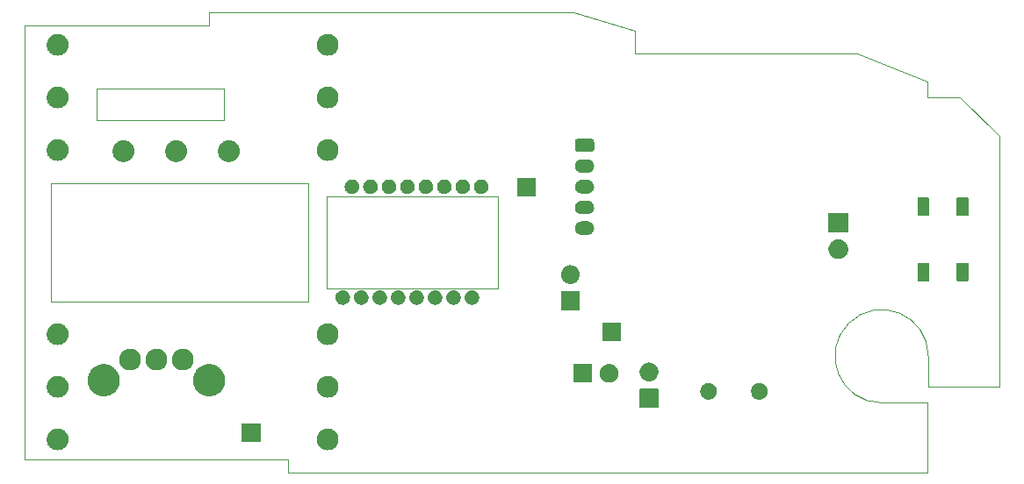
<source format=gbr>
G04 #@! TF.GenerationSoftware,KiCad,Pcbnew,5.99.0-unknown-d20d310~86~ubuntu18.04.1*
G04 #@! TF.CreationDate,2019-12-01T17:32:32+00:00*
G04 #@! TF.ProjectId,mouse8,6d6f7573-6538-42e6-9b69-6361645f7063,rev?*
G04 #@! TF.SameCoordinates,Original*
G04 #@! TF.FileFunction,Soldermask,Bot*
G04 #@! TF.FilePolarity,Negative*
%FSLAX46Y46*%
G04 Gerber Fmt 4.6, Leading zero omitted, Abs format (unit mm)*
G04 Created by KiCad (PCBNEW 5.99.0-unknown-d20d310~86~ubuntu18.04.1) date 2019-12-01 17:32:32*
%MOMM*%
%LPD*%
G04 APERTURE LIST*
%ADD10C,0.050000*%
G04 APERTURE END LIST*
D10*
X94150000Y89606250D02*
X58980000Y89606250D01*
X100075000Y87831250D02*
X94150000Y89606250D01*
X100075000Y87831250D02*
X100075000Y85581250D01*
X131400000Y81356250D02*
X135175000Y77656250D01*
X128195000Y81351250D02*
X131400000Y81356250D01*
X128200000Y82906250D02*
X128195000Y81351250D01*
X121475000Y85581250D02*
X128200000Y82906250D01*
X100075000Y85581250D02*
X121475000Y85581250D01*
X128195000Y45156250D02*
X66600000Y45156250D01*
X135175000Y77656250D02*
X135180000Y53411250D01*
X128325000Y53431250D02*
X135180000Y53411250D01*
X128200000Y51856250D02*
X128195000Y45156250D01*
X128325000Y56356250D02*
X128325000Y53431250D01*
X123825000Y51856250D02*
X128200000Y51856250D01*
X123825000Y51856250D02*
G75*
G02X128325000Y56356250I0J4500000D01*
G01*
X48108800Y82189450D02*
X48108800Y79192250D01*
X60453200Y82189450D02*
X48108800Y82189450D01*
X60453200Y79192250D02*
X60453200Y82189450D01*
X48108800Y79192250D02*
X60453200Y79192250D01*
X43740000Y73096250D02*
X68505000Y73096250D01*
X70283000Y62936250D02*
X70283000Y71826250D01*
X86793000Y62936250D02*
X70283000Y62936250D01*
X86793000Y71826250D02*
X86793000Y62936250D01*
X70283000Y71826250D02*
X86793000Y71826250D01*
X66600000Y46426250D02*
X66600000Y45156250D01*
X41200000Y46426250D02*
X66600000Y46426250D01*
X58980000Y88336250D02*
X41200000Y88336250D01*
X58980000Y89606250D02*
X58980000Y88336250D01*
X43740000Y61666250D02*
X43740000Y62301250D01*
X68505000Y61666250D02*
X68505000Y62301250D01*
X68505000Y73096250D02*
X68505000Y62301250D01*
X43740000Y62301250D02*
X43740000Y73096250D01*
X68505000Y61666250D02*
X43740000Y61666250D01*
X41200000Y46426250D02*
X41200000Y88336250D01*
G36*
X70469591Y49381905D02*
G01*
X70520391Y49381550D01*
X70571051Y49371151D01*
X70616828Y49366299D01*
X70666287Y49351602D01*
X70722293Y49340105D01*
X70764069Y49322544D01*
X70801981Y49311278D01*
X70853722Y49284858D01*
X70912300Y49260234D01*
X70944564Y49238471D01*
X70974015Y49223433D01*
X71025254Y49184045D01*
X71083174Y49144977D01*
X71106070Y49121920D01*
X71127158Y49105710D01*
X71174764Y49052746D01*
X71228407Y48998727D01*
X71242831Y48977017D01*
X71256284Y48962050D01*
X71296922Y48895604D01*
X71342468Y48827052D01*
X71349950Y48808900D01*
X71357065Y48797266D01*
X71387378Y48718092D01*
X71421011Y48636492D01*
X71423572Y48623557D01*
X71426132Y48616871D01*
X71442931Y48525789D01*
X71461045Y48434306D01*
X71457757Y48198887D01*
X71454234Y48183381D01*
X71454069Y48177277D01*
X71432745Y48088797D01*
X71412094Y47997898D01*
X71409358Y47991753D01*
X71409199Y47991093D01*
X71351914Y47862732D01*
X71328261Y47809605D01*
X71274257Y47733050D01*
X71220932Y47655607D01*
X71216520Y47651202D01*
X71209451Y47641182D01*
X71144969Y47579776D01*
X71084227Y47519141D01*
X71073742Y47511948D01*
X71060191Y47499044D01*
X70989960Y47454474D01*
X70924942Y47409872D01*
X70907400Y47402080D01*
X70886165Y47388604D01*
X70814347Y47360747D01*
X70748410Y47331459D01*
X70723446Y47325489D01*
X70694002Y47314068D01*
X70624304Y47301779D01*
X70560543Y47286530D01*
X70528438Y47284875D01*
X70491022Y47278278D01*
X70426608Y47279627D01*
X70367641Y47276588D01*
X70329342Y47281664D01*
X70284955Y47282594D01*
X70228223Y47295067D01*
X70176152Y47301969D01*
X70133267Y47315944D01*
X70083652Y47326853D01*
X70036265Y47347556D01*
X69992498Y47361819D01*
X69947176Y47386478D01*
X69894779Y47409370D01*
X69857565Y47435234D01*
X69822825Y47454136D01*
X69777703Y47490740D01*
X69725530Y47527001D01*
X69698502Y47554990D01*
X69672814Y47575828D01*
X69630877Y47625017D01*
X69582353Y47675265D01*
X69564751Y47702578D01*
X69547495Y47722818D01*
X69511942Y47784522D01*
X69470701Y47848516D01*
X69461105Y47872752D01*
X69451060Y47890186D01*
X69425127Y47963622D01*
X69394826Y48040154D01*
X69391282Y48059465D01*
X69386739Y48072329D01*
X69373546Y48156098D01*
X69357619Y48242879D01*
X69357803Y48256062D01*
X69356689Y48263136D01*
X69359196Y48355790D01*
X69360497Y48448971D01*
X69361895Y48455547D01*
X69361913Y48456224D01*
X69391406Y48594387D01*
X69403350Y48650578D01*
X69440226Y48736615D01*
X69476315Y48823528D01*
X69479718Y48828758D01*
X69484546Y48840023D01*
X69534828Y48913459D01*
X69581658Y48985432D01*
X69590423Y48994652D01*
X69600992Y49010088D01*
X69660409Y49068273D01*
X69714745Y49125432D01*
X69730286Y49136703D01*
X69748253Y49154297D01*
X69812701Y49196470D01*
X69871118Y49238835D01*
X69894301Y49249868D01*
X69920720Y49267156D01*
X69986316Y49293659D01*
X70045532Y49321840D01*
X70076596Y49330134D01*
X70111823Y49344367D01*
X70175128Y49356443D01*
X70232159Y49371671D01*
X70270663Y49374668D01*
X70314284Y49382989D01*
X70372370Y49382583D01*
X70424735Y49386659D01*
X70469591Y49381905D01*
G37*
G36*
X44434591Y49381905D02*
G01*
X44485391Y49381550D01*
X44536051Y49371151D01*
X44581828Y49366299D01*
X44631287Y49351602D01*
X44687293Y49340105D01*
X44729069Y49322544D01*
X44766981Y49311278D01*
X44818722Y49284858D01*
X44877300Y49260234D01*
X44909564Y49238471D01*
X44939015Y49223433D01*
X44990254Y49184045D01*
X45048174Y49144977D01*
X45071070Y49121920D01*
X45092158Y49105710D01*
X45139764Y49052746D01*
X45193407Y48998727D01*
X45207831Y48977017D01*
X45221284Y48962050D01*
X45261922Y48895604D01*
X45307468Y48827052D01*
X45314950Y48808900D01*
X45322065Y48797266D01*
X45352378Y48718092D01*
X45386011Y48636492D01*
X45388572Y48623557D01*
X45391132Y48616871D01*
X45407931Y48525789D01*
X45426045Y48434306D01*
X45422757Y48198887D01*
X45419234Y48183381D01*
X45419069Y48177277D01*
X45397745Y48088797D01*
X45377094Y47997898D01*
X45374358Y47991753D01*
X45374199Y47991093D01*
X45316914Y47862732D01*
X45293261Y47809605D01*
X45239257Y47733050D01*
X45185932Y47655607D01*
X45181520Y47651202D01*
X45174451Y47641182D01*
X45109969Y47579776D01*
X45049227Y47519141D01*
X45038742Y47511948D01*
X45025191Y47499044D01*
X44954960Y47454474D01*
X44889942Y47409872D01*
X44872400Y47402080D01*
X44851165Y47388604D01*
X44779347Y47360747D01*
X44713410Y47331459D01*
X44688446Y47325489D01*
X44659002Y47314068D01*
X44589304Y47301779D01*
X44525543Y47286530D01*
X44493438Y47284875D01*
X44456022Y47278278D01*
X44391608Y47279627D01*
X44332641Y47276588D01*
X44294342Y47281664D01*
X44249955Y47282594D01*
X44193223Y47295067D01*
X44141152Y47301969D01*
X44098267Y47315944D01*
X44048652Y47326853D01*
X44001265Y47347556D01*
X43957498Y47361819D01*
X43912176Y47386478D01*
X43859779Y47409370D01*
X43822565Y47435234D01*
X43787825Y47454136D01*
X43742703Y47490740D01*
X43690530Y47527001D01*
X43663502Y47554990D01*
X43637814Y47575828D01*
X43595877Y47625017D01*
X43547353Y47675265D01*
X43529751Y47702578D01*
X43512495Y47722818D01*
X43476942Y47784522D01*
X43435701Y47848516D01*
X43426105Y47872752D01*
X43416060Y47890186D01*
X43390127Y47963622D01*
X43359826Y48040154D01*
X43356282Y48059465D01*
X43351739Y48072329D01*
X43338546Y48156098D01*
X43322619Y48242879D01*
X43322803Y48256062D01*
X43321689Y48263136D01*
X43324196Y48355790D01*
X43325497Y48448971D01*
X43326895Y48455547D01*
X43326913Y48456224D01*
X43356406Y48594387D01*
X43368350Y48650578D01*
X43405226Y48736615D01*
X43441315Y48823528D01*
X43444718Y48828758D01*
X43449546Y48840023D01*
X43499828Y48913459D01*
X43546658Y48985432D01*
X43555423Y48994652D01*
X43565992Y49010088D01*
X43625409Y49068273D01*
X43679745Y49125432D01*
X43695286Y49136703D01*
X43713253Y49154297D01*
X43777701Y49196470D01*
X43836118Y49238835D01*
X43859301Y49249868D01*
X43885720Y49267156D01*
X43951316Y49293659D01*
X44010532Y49321840D01*
X44041596Y49330134D01*
X44076823Y49344367D01*
X44140128Y49356443D01*
X44197159Y49371671D01*
X44235663Y49374668D01*
X44279284Y49382989D01*
X44337370Y49382583D01*
X44389735Y49386659D01*
X44434591Y49381905D01*
G37*
G36*
X63913899Y49864291D02*
G01*
X63930769Y49853019D01*
X63942041Y49836149D01*
X63948448Y49803938D01*
X63948448Y48128562D01*
X63945999Y48116250D01*
X63942041Y48096351D01*
X63930769Y48079481D01*
X63913899Y48068209D01*
X63894000Y48064251D01*
X63881688Y48061802D01*
X62206312Y48061802D01*
X62174101Y48068209D01*
X62157231Y48079481D01*
X62145959Y48096351D01*
X62139552Y48128562D01*
X62139552Y49803938D01*
X62145959Y49836149D01*
X62157231Y49853019D01*
X62174101Y49864291D01*
X62206312Y49870698D01*
X63881688Y49870698D01*
X63913899Y49864291D01*
G37*
G36*
X102269899Y53204291D02*
G01*
X102286769Y53193019D01*
X102298041Y53176149D01*
X102304448Y53143938D01*
X102304448Y51468562D01*
X102301999Y51456250D01*
X102298041Y51436351D01*
X102286769Y51419481D01*
X102269899Y51408209D01*
X102250000Y51404251D01*
X102237688Y51401802D01*
X100562312Y51401802D01*
X100530101Y51408209D01*
X100513231Y51419481D01*
X100501959Y51436351D01*
X100495552Y51468562D01*
X100495552Y53143938D01*
X100501959Y53176149D01*
X100513231Y53193019D01*
X100530101Y53204291D01*
X100562312Y53210698D01*
X102237688Y53210698D01*
X102269899Y53204291D01*
G37*
G36*
X107188308Y53775005D02*
G01*
X107239442Y53774648D01*
X107278208Y53765555D01*
X107311453Y53762061D01*
X107359075Y53746588D01*
X107414397Y53733612D01*
X107445102Y53718636D01*
X107471593Y53710029D01*
X107519718Y53682244D01*
X107575913Y53654836D01*
X107598132Y53636972D01*
X107617407Y53625843D01*
X107662743Y53585023D01*
X107715962Y53542233D01*
X107730159Y53524321D01*
X107742539Y53513174D01*
X107781535Y53459501D01*
X107827584Y53401401D01*
X107835015Y53385890D01*
X107841506Y53376957D01*
X107870540Y53311746D01*
X107905232Y53239339D01*
X107907789Y53228083D01*
X107909991Y53223138D01*
X107925645Y53149491D01*
X107945045Y53064102D01*
X107944968Y53058583D01*
X107944999Y53058437D01*
X107944999Y52890063D01*
X107942446Y52878053D01*
X107942223Y52862067D01*
X107923781Y52790242D01*
X107909991Y52725362D01*
X107903217Y52710147D01*
X107897533Y52688010D01*
X107866321Y52627278D01*
X107841506Y52571543D01*
X107828422Y52553534D01*
X107815391Y52528179D01*
X107775205Y52480287D01*
X107742539Y52435326D01*
X107721839Y52416687D01*
X107699880Y52390518D01*
X107654622Y52356165D01*
X107617407Y52322657D01*
X107588451Y52305939D01*
X107556741Y52281870D01*
X107510177Y52260748D01*
X107471593Y52238471D01*
X107434500Y52226419D01*
X107393089Y52207634D01*
X107348541Y52198489D01*
X107311453Y52186439D01*
X107267153Y52181783D01*
X107217056Y52171499D01*
X107177250Y52172333D01*
X107144000Y52168838D01*
X107094196Y52174073D01*
X107037392Y52175263D01*
X107004244Y52183528D01*
X106976547Y52186439D01*
X106923704Y52203609D01*
X106863027Y52218737D01*
X106837578Y52231592D01*
X106816407Y52238471D01*
X106763572Y52268976D01*
X106702627Y52299761D01*
X106685017Y52314329D01*
X106670593Y52322657D01*
X106621302Y52367039D01*
X106564163Y52414308D01*
X106553667Y52427937D01*
X106545461Y52435326D01*
X106503501Y52493079D01*
X106454518Y52556685D01*
X106449677Y52567162D01*
X106446494Y52571543D01*
X106415854Y52640360D01*
X106379141Y52719815D01*
X106341779Y52895592D01*
X106343001Y52983107D01*
X106343001Y53058437D01*
X106344127Y53063734D01*
X106344288Y53075277D01*
X106363170Y53153324D01*
X106378009Y53223138D01*
X106382500Y53233224D01*
X106386544Y53249941D01*
X106419514Y53316359D01*
X106446494Y53376957D01*
X106456283Y53390430D01*
X106466446Y53410904D01*
X106509604Y53463820D01*
X106545461Y53513174D01*
X106562004Y53528069D01*
X106580024Y53550164D01*
X106629298Y53588661D01*
X106670593Y53625843D01*
X106694713Y53639769D01*
X106721632Y53660800D01*
X106773039Y53684990D01*
X106816407Y53710029D01*
X106848203Y53720360D01*
X106884232Y53737314D01*
X106934183Y53748296D01*
X106976547Y53762061D01*
X107015331Y53766138D01*
X107059743Y53775902D01*
X107105209Y53775585D01*
X107144000Y53779662D01*
X107188308Y53775005D01*
G37*
G36*
X112068308Y53775005D02*
G01*
X112119442Y53774648D01*
X112158208Y53765555D01*
X112191453Y53762061D01*
X112239075Y53746588D01*
X112294397Y53733612D01*
X112325102Y53718636D01*
X112351593Y53710029D01*
X112399718Y53682244D01*
X112455913Y53654836D01*
X112478132Y53636972D01*
X112497407Y53625843D01*
X112542743Y53585023D01*
X112595962Y53542233D01*
X112610159Y53524321D01*
X112622539Y53513174D01*
X112661535Y53459501D01*
X112707584Y53401401D01*
X112715015Y53385890D01*
X112721506Y53376957D01*
X112750540Y53311746D01*
X112785232Y53239339D01*
X112787789Y53228083D01*
X112789991Y53223138D01*
X112805645Y53149491D01*
X112825045Y53064102D01*
X112824968Y53058583D01*
X112824999Y53058437D01*
X112824999Y52890063D01*
X112822446Y52878053D01*
X112822223Y52862067D01*
X112803781Y52790242D01*
X112789991Y52725362D01*
X112783217Y52710147D01*
X112777533Y52688010D01*
X112746321Y52627278D01*
X112721506Y52571543D01*
X112708422Y52553534D01*
X112695391Y52528179D01*
X112655205Y52480287D01*
X112622539Y52435326D01*
X112601839Y52416687D01*
X112579880Y52390518D01*
X112534622Y52356165D01*
X112497407Y52322657D01*
X112468451Y52305939D01*
X112436741Y52281870D01*
X112390177Y52260748D01*
X112351593Y52238471D01*
X112314500Y52226419D01*
X112273089Y52207634D01*
X112228541Y52198489D01*
X112191453Y52186439D01*
X112147153Y52181783D01*
X112097056Y52171499D01*
X112057250Y52172333D01*
X112024000Y52168838D01*
X111974196Y52174073D01*
X111917392Y52175263D01*
X111884244Y52183528D01*
X111856547Y52186439D01*
X111803704Y52203609D01*
X111743027Y52218737D01*
X111717578Y52231592D01*
X111696407Y52238471D01*
X111643572Y52268976D01*
X111582627Y52299761D01*
X111565017Y52314329D01*
X111550593Y52322657D01*
X111501302Y52367039D01*
X111444163Y52414308D01*
X111433667Y52427937D01*
X111425461Y52435326D01*
X111383501Y52493079D01*
X111334518Y52556685D01*
X111329677Y52567162D01*
X111326494Y52571543D01*
X111295854Y52640360D01*
X111259141Y52719815D01*
X111221779Y52895592D01*
X111223001Y52983107D01*
X111223001Y53058437D01*
X111224127Y53063734D01*
X111224288Y53075277D01*
X111243170Y53153324D01*
X111258009Y53223138D01*
X111262500Y53233224D01*
X111266544Y53249941D01*
X111299514Y53316359D01*
X111326494Y53376957D01*
X111336283Y53390430D01*
X111346446Y53410904D01*
X111389604Y53463820D01*
X111425461Y53513174D01*
X111442004Y53528069D01*
X111460024Y53550164D01*
X111509298Y53588661D01*
X111550593Y53625843D01*
X111574713Y53639769D01*
X111601632Y53660800D01*
X111653039Y53684990D01*
X111696407Y53710029D01*
X111728203Y53720360D01*
X111764232Y53737314D01*
X111814183Y53748296D01*
X111856547Y53762061D01*
X111895331Y53766138D01*
X111939743Y53775902D01*
X111985209Y53775585D01*
X112024000Y53779662D01*
X112068308Y53775005D01*
G37*
G36*
X44434591Y54461905D02*
G01*
X44485391Y54461550D01*
X44536051Y54451151D01*
X44581828Y54446299D01*
X44631287Y54431602D01*
X44687293Y54420105D01*
X44729069Y54402544D01*
X44766981Y54391278D01*
X44818722Y54364858D01*
X44877300Y54340234D01*
X44909564Y54318471D01*
X44939015Y54303433D01*
X44990254Y54264045D01*
X45048174Y54224977D01*
X45071070Y54201920D01*
X45092158Y54185710D01*
X45139764Y54132746D01*
X45193407Y54078727D01*
X45207831Y54057017D01*
X45221284Y54042050D01*
X45261922Y53975604D01*
X45307468Y53907052D01*
X45314950Y53888900D01*
X45322065Y53877266D01*
X45352378Y53798092D01*
X45386011Y53716492D01*
X45388572Y53703557D01*
X45391132Y53696871D01*
X45407931Y53605789D01*
X45426045Y53514306D01*
X45422757Y53278887D01*
X45419234Y53263381D01*
X45419069Y53257277D01*
X45397745Y53168797D01*
X45377094Y53077898D01*
X45374358Y53071753D01*
X45374199Y53071093D01*
X45316914Y52942732D01*
X45293261Y52889605D01*
X45239257Y52813050D01*
X45185932Y52735607D01*
X45181520Y52731202D01*
X45174451Y52721182D01*
X45109969Y52659776D01*
X45049227Y52599141D01*
X45038742Y52591948D01*
X45025191Y52579044D01*
X44954960Y52534474D01*
X44889942Y52489872D01*
X44872400Y52482080D01*
X44851165Y52468604D01*
X44779347Y52440747D01*
X44713410Y52411459D01*
X44688446Y52405489D01*
X44659002Y52394068D01*
X44589304Y52381779D01*
X44525543Y52366530D01*
X44493438Y52364875D01*
X44456022Y52358278D01*
X44391608Y52359627D01*
X44332641Y52356588D01*
X44294342Y52361664D01*
X44249955Y52362594D01*
X44193223Y52375067D01*
X44141152Y52381969D01*
X44098267Y52395944D01*
X44048652Y52406853D01*
X44001265Y52427556D01*
X43957498Y52441819D01*
X43912176Y52466478D01*
X43859779Y52489370D01*
X43822565Y52515234D01*
X43787825Y52534136D01*
X43742703Y52570740D01*
X43690530Y52607001D01*
X43663502Y52634990D01*
X43637814Y52655828D01*
X43595877Y52705017D01*
X43547353Y52755265D01*
X43529751Y52782578D01*
X43512495Y52802818D01*
X43476942Y52864522D01*
X43435701Y52928516D01*
X43426105Y52952752D01*
X43416060Y52970186D01*
X43390127Y53043622D01*
X43359826Y53120154D01*
X43356282Y53139465D01*
X43351739Y53152329D01*
X43338546Y53236098D01*
X43322619Y53322879D01*
X43322803Y53336062D01*
X43321689Y53343136D01*
X43324196Y53435790D01*
X43325497Y53528971D01*
X43326895Y53535547D01*
X43326913Y53536224D01*
X43356406Y53674387D01*
X43368350Y53730578D01*
X43405226Y53816615D01*
X43441315Y53903528D01*
X43444718Y53908758D01*
X43449546Y53920023D01*
X43499828Y53993459D01*
X43546658Y54065432D01*
X43555423Y54074652D01*
X43565992Y54090088D01*
X43625409Y54148273D01*
X43679745Y54205432D01*
X43695286Y54216703D01*
X43713253Y54234297D01*
X43777701Y54276470D01*
X43836118Y54318835D01*
X43859301Y54329868D01*
X43885720Y54347156D01*
X43951316Y54373659D01*
X44010532Y54401840D01*
X44041596Y54410134D01*
X44076823Y54424367D01*
X44140128Y54436443D01*
X44197159Y54451671D01*
X44235663Y54454668D01*
X44279284Y54462989D01*
X44337370Y54462583D01*
X44389735Y54466659D01*
X44434591Y54461905D01*
G37*
G36*
X70469591Y54461905D02*
G01*
X70520391Y54461550D01*
X70571051Y54451151D01*
X70616828Y54446299D01*
X70666287Y54431602D01*
X70722293Y54420105D01*
X70764069Y54402544D01*
X70801981Y54391278D01*
X70853722Y54364858D01*
X70912300Y54340234D01*
X70944564Y54318471D01*
X70974015Y54303433D01*
X71025254Y54264045D01*
X71083174Y54224977D01*
X71106070Y54201920D01*
X71127158Y54185710D01*
X71174764Y54132746D01*
X71228407Y54078727D01*
X71242831Y54057017D01*
X71256284Y54042050D01*
X71296922Y53975604D01*
X71342468Y53907052D01*
X71349950Y53888900D01*
X71357065Y53877266D01*
X71387378Y53798092D01*
X71421011Y53716492D01*
X71423572Y53703557D01*
X71426132Y53696871D01*
X71442931Y53605789D01*
X71461045Y53514306D01*
X71457757Y53278887D01*
X71454234Y53263381D01*
X71454069Y53257277D01*
X71432745Y53168797D01*
X71412094Y53077898D01*
X71409358Y53071753D01*
X71409199Y53071093D01*
X71351914Y52942732D01*
X71328261Y52889605D01*
X71274257Y52813050D01*
X71220932Y52735607D01*
X71216520Y52731202D01*
X71209451Y52721182D01*
X71144969Y52659776D01*
X71084227Y52599141D01*
X71073742Y52591948D01*
X71060191Y52579044D01*
X70989960Y52534474D01*
X70924942Y52489872D01*
X70907400Y52482080D01*
X70886165Y52468604D01*
X70814347Y52440747D01*
X70748410Y52411459D01*
X70723446Y52405489D01*
X70694002Y52394068D01*
X70624304Y52381779D01*
X70560543Y52366530D01*
X70528438Y52364875D01*
X70491022Y52358278D01*
X70426608Y52359627D01*
X70367641Y52356588D01*
X70329342Y52361664D01*
X70284955Y52362594D01*
X70228223Y52375067D01*
X70176152Y52381969D01*
X70133267Y52395944D01*
X70083652Y52406853D01*
X70036265Y52427556D01*
X69992498Y52441819D01*
X69947176Y52466478D01*
X69894779Y52489370D01*
X69857565Y52515234D01*
X69822825Y52534136D01*
X69777703Y52570740D01*
X69725530Y52607001D01*
X69698502Y52634990D01*
X69672814Y52655828D01*
X69630877Y52705017D01*
X69582353Y52755265D01*
X69564751Y52782578D01*
X69547495Y52802818D01*
X69511942Y52864522D01*
X69470701Y52928516D01*
X69461105Y52952752D01*
X69451060Y52970186D01*
X69425127Y53043622D01*
X69394826Y53120154D01*
X69391282Y53139465D01*
X69386739Y53152329D01*
X69373546Y53236098D01*
X69357619Y53322879D01*
X69357803Y53336062D01*
X69356689Y53343136D01*
X69359196Y53435790D01*
X69360497Y53528971D01*
X69361895Y53535547D01*
X69361913Y53536224D01*
X69391406Y53674387D01*
X69403350Y53730578D01*
X69440226Y53816615D01*
X69476315Y53903528D01*
X69479718Y53908758D01*
X69484546Y53920023D01*
X69534828Y53993459D01*
X69581658Y54065432D01*
X69590423Y54074652D01*
X69600992Y54090088D01*
X69660409Y54148273D01*
X69714745Y54205432D01*
X69730286Y54216703D01*
X69748253Y54234297D01*
X69812701Y54276470D01*
X69871118Y54318835D01*
X69894301Y54329868D01*
X69920720Y54347156D01*
X69986316Y54373659D01*
X70045532Y54401840D01*
X70076596Y54410134D01*
X70111823Y54424367D01*
X70175128Y54436443D01*
X70232159Y54451671D01*
X70270663Y54454668D01*
X70314284Y54462989D01*
X70372370Y54462583D01*
X70424735Y54466659D01*
X70469591Y54461905D01*
G37*
G36*
X58994870Y55598747D02*
G01*
X59050587Y55600693D01*
X59117861Y55592194D01*
X59180350Y55588865D01*
X59236239Y55577240D01*
X59298205Y55569412D01*
X59356838Y55552155D01*
X59411387Y55540809D01*
X59471309Y55518465D01*
X59537637Y55498943D01*
X59586700Y55475436D01*
X59632485Y55458363D01*
X59694355Y55423856D01*
X59762722Y55391100D01*
X59801870Y55363891D01*
X59838580Y55343417D01*
X59899992Y55295695D01*
X59967669Y55248658D01*
X59997117Y55220221D01*
X60024905Y55198627D01*
X60083181Y55137110D01*
X60147207Y55075281D01*
X60167690Y55047901D01*
X60187196Y55027310D01*
X60239539Y54951859D01*
X60296715Y54875429D01*
X60309424Y54851120D01*
X60321703Y54833419D01*
X60365241Y54744350D01*
X60412347Y54654245D01*
X60418868Y54634644D01*
X60425330Y54621423D01*
X60457204Y54519401D01*
X60491129Y54417419D01*
X60493351Y54403703D01*
X60495703Y54396173D01*
X60513218Y54281034D01*
X60531033Y54171043D01*
X60528079Y53889002D01*
X60521707Y53854284D01*
X60521166Y53836053D01*
X60501162Y53742340D01*
X60483024Y53643516D01*
X60475639Y53622776D01*
X60472281Y53607046D01*
X60434978Y53508586D01*
X60399300Y53408391D01*
X60391956Y53395032D01*
X60388676Y53386375D01*
X60332486Y53286857D01*
X60279061Y53189677D01*
X60273852Y53183010D01*
X60272659Y53180897D01*
X60187525Y53072516D01*
X60125400Y52993001D01*
X60044204Y52917812D01*
X59954728Y52833936D01*
X59950477Y52831020D01*
X59942271Y52823421D01*
X59851065Y52762824D01*
X59760132Y52700444D01*
X59749346Y52695241D01*
X59734386Y52685302D01*
X59639597Y52642304D01*
X59547593Y52597926D01*
X59529603Y52592409D01*
X59507091Y52582197D01*
X59412529Y52556505D01*
X59321988Y52528738D01*
X59296633Y52525016D01*
X59266237Y52516758D01*
X59175124Y52507182D01*
X59088513Y52494469D01*
X59056058Y52494667D01*
X59018018Y52490669D01*
X58933077Y52495418D01*
X58852537Y52495910D01*
X58813732Y52502091D01*
X58768820Y52504602D01*
X58692188Y52521451D01*
X58619503Y52533028D01*
X58575572Y52547090D01*
X58525056Y52558197D01*
X58458282Y52584635D01*
X58394751Y52604971D01*
X58347318Y52628569D01*
X58292997Y52650076D01*
X58237052Y52683426D01*
X58183481Y52710077D01*
X58134562Y52744521D01*
X58078612Y52777874D01*
X58033850Y52815434D01*
X57990537Y52845931D01*
X57942434Y52892141D01*
X57887418Y52938305D01*
X57853622Y52977458D01*
X57820359Y53009412D01*
X57775609Y53067837D01*
X57724333Y53127241D01*
X57700758Y53165562D01*
X57676869Y53196751D01*
X57638132Y53267359D01*
X57593554Y53339820D01*
X57578980Y53375179D01*
X57563367Y53403638D01*
X57533347Y53485893D01*
X57498444Y53570574D01*
X57491254Y53601227D01*
X57482464Y53625313D01*
X57463818Y53718201D01*
X57441451Y53813566D01*
X57439727Y53838221D01*
X57436023Y53856673D01*
X57431300Y53958723D01*
X57424040Y54062545D01*
X57425668Y54080430D01*
X57425114Y54092395D01*
X57436738Y54202073D01*
X57446661Y54311104D01*
X57449442Y54321934D01*
X57449985Y54327060D01*
X57481189Y54445582D01*
X57508731Y54552849D01*
X57549091Y54645229D01*
X57603971Y54771748D01*
X57605264Y54773805D01*
X57608652Y54781560D01*
X57668740Y54874798D01*
X57729542Y54971537D01*
X57735595Y54978537D01*
X57743855Y54991354D01*
X57815058Y55070433D01*
X57883893Y55150038D01*
X57896124Y55160465D01*
X57910861Y55176833D01*
X57989191Y55239812D01*
X58063465Y55303136D01*
X58082935Y55315185D01*
X58105373Y55333225D01*
X58187267Y55379747D01*
X58264129Y55427311D01*
X58291484Y55438951D01*
X58322387Y55456506D01*
X58404567Y55487068D01*
X58481259Y55519701D01*
X58516685Y55528764D01*
X58556320Y55543504D01*
X58635882Y55559258D01*
X58709877Y55578188D01*
X58753059Y55582460D01*
X58801153Y55591983D01*
X58875594Y55594582D01*
X58944709Y55601420D01*
X58994870Y55598747D01*
G37*
G36*
X48834870Y55598747D02*
G01*
X48890587Y55600693D01*
X48957861Y55592194D01*
X49020350Y55588865D01*
X49076239Y55577240D01*
X49138205Y55569412D01*
X49196838Y55552155D01*
X49251387Y55540809D01*
X49311309Y55518465D01*
X49377637Y55498943D01*
X49426700Y55475436D01*
X49472485Y55458363D01*
X49534355Y55423856D01*
X49602722Y55391100D01*
X49641870Y55363891D01*
X49678580Y55343417D01*
X49739992Y55295695D01*
X49807669Y55248658D01*
X49837117Y55220221D01*
X49864905Y55198627D01*
X49923181Y55137110D01*
X49987207Y55075281D01*
X50007690Y55047901D01*
X50027196Y55027310D01*
X50079539Y54951859D01*
X50136715Y54875429D01*
X50149424Y54851120D01*
X50161703Y54833419D01*
X50205241Y54744350D01*
X50252347Y54654245D01*
X50258868Y54634644D01*
X50265330Y54621423D01*
X50297204Y54519401D01*
X50331129Y54417419D01*
X50333351Y54403703D01*
X50335703Y54396173D01*
X50353218Y54281034D01*
X50371033Y54171043D01*
X50368079Y53889002D01*
X50361707Y53854284D01*
X50361166Y53836053D01*
X50341162Y53742340D01*
X50323024Y53643516D01*
X50315639Y53622776D01*
X50312281Y53607046D01*
X50274978Y53508586D01*
X50239300Y53408391D01*
X50231956Y53395032D01*
X50228676Y53386375D01*
X50172486Y53286857D01*
X50119061Y53189677D01*
X50113852Y53183010D01*
X50112659Y53180897D01*
X50027525Y53072516D01*
X49965400Y52993001D01*
X49884204Y52917812D01*
X49794728Y52833936D01*
X49790477Y52831020D01*
X49782271Y52823421D01*
X49691065Y52762824D01*
X49600132Y52700444D01*
X49589346Y52695241D01*
X49574386Y52685302D01*
X49479597Y52642304D01*
X49387593Y52597926D01*
X49369603Y52592409D01*
X49347091Y52582197D01*
X49252529Y52556505D01*
X49161988Y52528738D01*
X49136633Y52525016D01*
X49106237Y52516758D01*
X49015124Y52507182D01*
X48928513Y52494469D01*
X48896058Y52494667D01*
X48858018Y52490669D01*
X48773077Y52495418D01*
X48692537Y52495910D01*
X48653732Y52502091D01*
X48608820Y52504602D01*
X48532188Y52521451D01*
X48459503Y52533028D01*
X48415572Y52547090D01*
X48365056Y52558197D01*
X48298282Y52584635D01*
X48234751Y52604971D01*
X48187318Y52628569D01*
X48132997Y52650076D01*
X48077052Y52683426D01*
X48023481Y52710077D01*
X47974562Y52744521D01*
X47918612Y52777874D01*
X47873850Y52815434D01*
X47830537Y52845931D01*
X47782434Y52892141D01*
X47727418Y52938305D01*
X47693622Y52977458D01*
X47660359Y53009412D01*
X47615609Y53067837D01*
X47564333Y53127241D01*
X47540758Y53165562D01*
X47516869Y53196751D01*
X47478132Y53267359D01*
X47433554Y53339820D01*
X47418980Y53375179D01*
X47403367Y53403638D01*
X47373347Y53485893D01*
X47338444Y53570574D01*
X47331254Y53601227D01*
X47322464Y53625313D01*
X47303818Y53718201D01*
X47281451Y53813566D01*
X47279727Y53838221D01*
X47276023Y53856673D01*
X47271300Y53958723D01*
X47264040Y54062545D01*
X47265668Y54080430D01*
X47265114Y54092395D01*
X47276738Y54202073D01*
X47286661Y54311104D01*
X47289442Y54321934D01*
X47289985Y54327060D01*
X47321189Y54445582D01*
X47348731Y54552849D01*
X47389091Y54645229D01*
X47443971Y54771748D01*
X47445264Y54773805D01*
X47448652Y54781560D01*
X47508740Y54874798D01*
X47569542Y54971537D01*
X47575595Y54978537D01*
X47583855Y54991354D01*
X47655058Y55070433D01*
X47723893Y55150038D01*
X47736124Y55160465D01*
X47750861Y55176833D01*
X47829191Y55239812D01*
X47903465Y55303136D01*
X47922935Y55315185D01*
X47945373Y55333225D01*
X48027267Y55379747D01*
X48104129Y55427311D01*
X48131484Y55438951D01*
X48162387Y55456506D01*
X48244567Y55487068D01*
X48321259Y55519701D01*
X48356685Y55528764D01*
X48396320Y55543504D01*
X48475882Y55559258D01*
X48549877Y55578188D01*
X48593059Y55582460D01*
X48641153Y55591983D01*
X48715594Y55594582D01*
X48784709Y55601420D01*
X48834870Y55598747D01*
G37*
G36*
X97589902Y55606967D02*
G01*
X97634637Y55606655D01*
X97678460Y55597660D01*
X97728360Y55592415D01*
X97770132Y55578842D01*
X97807723Y55571126D01*
X97854851Y55551315D01*
X97908488Y55533887D01*
X97941099Y55515059D01*
X97970614Y55502652D01*
X98018301Y55470487D01*
X98072511Y55439189D01*
X98095826Y55418196D01*
X98117101Y55403846D01*
X98162183Y55358448D01*
X98213261Y55312457D01*
X98228003Y55292167D01*
X98241608Y55278466D01*
X98280643Y55219713D01*
X98324586Y55159231D01*
X98332221Y55142082D01*
X98339388Y55131295D01*
X98368865Y55059778D01*
X98401621Y54986208D01*
X98404211Y54974025D01*
X98406724Y54967927D01*
X98423292Y54884253D01*
X98440999Y54800949D01*
X98440999Y54611551D01*
X98438115Y54597981D01*
X98438030Y54591919D01*
X98419342Y54509665D01*
X98401621Y54426292D01*
X98399129Y54420695D01*
X98399078Y54420470D01*
X98327210Y54259053D01*
X98327078Y54258865D01*
X98324586Y54253269D01*
X98274480Y54184304D01*
X98225357Y54114668D01*
X98220585Y54110124D01*
X98213261Y54100043D01*
X98153396Y54046140D01*
X98097396Y53992812D01*
X98086464Y53985874D01*
X98072511Y53973311D01*
X98007764Y53935929D01*
X97948211Y53898136D01*
X97930209Y53891153D01*
X97908488Y53878613D01*
X97843115Y53857372D01*
X97783468Y53834236D01*
X97758200Y53829781D01*
X97728360Y53820085D01*
X97666095Y53813541D01*
X97609460Y53803555D01*
X97577459Y53804225D01*
X97540000Y53800288D01*
X97483902Y53806184D01*
X97432799Y53807254D01*
X97395323Y53815494D01*
X97351640Y53820085D01*
X97303917Y53835591D01*
X97260225Y53845198D01*
X97219230Y53863108D01*
X97171512Y53878613D01*
X97133473Y53900575D01*
X97098310Y53915937D01*
X97056337Y53945109D01*
X97007489Y53973311D01*
X96979504Y53998509D01*
X96953215Y54016780D01*
X96913257Y54058158D01*
X96866739Y54100043D01*
X96848296Y54125427D01*
X96830473Y54143884D01*
X96795821Y54197653D01*
X96755414Y54253269D01*
X96745212Y54276184D01*
X96734754Y54292411D01*
X96708789Y54357989D01*
X96678379Y54426292D01*
X96674476Y54444654D01*
X96669707Y54456699D01*
X96655740Y54532802D01*
X96639001Y54611551D01*
X96639001Y54624004D01*
X96637811Y54630488D01*
X96639001Y54715715D01*
X96639001Y54800949D01*
X96640275Y54806942D01*
X96640278Y54807173D01*
X96677015Y54980004D01*
X96677105Y54980214D01*
X96678379Y54986208D01*
X96713042Y55064062D01*
X96746622Y55142411D01*
X96750348Y55147853D01*
X96755414Y55159231D01*
X96802746Y55224378D01*
X96846452Y55288209D01*
X96855706Y55297271D01*
X96866739Y55312457D01*
X96922297Y55362481D01*
X96972693Y55411833D01*
X96988848Y55422404D01*
X97007489Y55439189D01*
X97067026Y55473563D01*
X97120551Y55508588D01*
X97144340Y55518200D01*
X97171512Y55533887D01*
X97231045Y55553231D01*
X97284376Y55574778D01*
X97315820Y55580776D01*
X97351640Y55592415D01*
X97407744Y55598312D01*
X97457945Y55607888D01*
X97496312Y55607620D01*
X97540000Y55612212D01*
X97589902Y55606967D01*
G37*
G36*
X95869899Y55604291D02*
G01*
X95886769Y55593019D01*
X95898041Y55576149D01*
X95904448Y55543938D01*
X95904448Y53868562D01*
X95901999Y53856250D01*
X95898041Y53836351D01*
X95886769Y53819481D01*
X95869899Y53808209D01*
X95850000Y53804251D01*
X95837688Y53801802D01*
X94162312Y53801802D01*
X94130101Y53808209D01*
X94113231Y53819481D01*
X94101959Y53836351D01*
X94095552Y53868562D01*
X94095552Y55543938D01*
X94101959Y55576149D01*
X94113231Y55593019D01*
X94130101Y55604291D01*
X94162312Y55610698D01*
X95837688Y55610698D01*
X95869899Y55604291D01*
G37*
G36*
X101449902Y55746967D02*
G01*
X101494637Y55746655D01*
X101538460Y55737660D01*
X101588360Y55732415D01*
X101630132Y55718842D01*
X101667723Y55711126D01*
X101714851Y55691315D01*
X101768488Y55673887D01*
X101801099Y55655059D01*
X101830614Y55642652D01*
X101878301Y55610487D01*
X101932511Y55579189D01*
X101955826Y55558196D01*
X101977101Y55543846D01*
X102022183Y55498448D01*
X102073261Y55452457D01*
X102088003Y55432167D01*
X102101608Y55418466D01*
X102140643Y55359713D01*
X102184586Y55299231D01*
X102192221Y55282082D01*
X102199388Y55271295D01*
X102228865Y55199778D01*
X102261621Y55126208D01*
X102264211Y55114025D01*
X102266724Y55107927D01*
X102283292Y55024253D01*
X102300999Y54940949D01*
X102300999Y54751551D01*
X102298115Y54737981D01*
X102298030Y54731919D01*
X102279342Y54649665D01*
X102261621Y54566292D01*
X102259129Y54560695D01*
X102259078Y54560470D01*
X102187210Y54399053D01*
X102187078Y54398865D01*
X102184586Y54393269D01*
X102134480Y54324304D01*
X102085357Y54254668D01*
X102080585Y54250124D01*
X102073261Y54240043D01*
X102013396Y54186140D01*
X101957396Y54132812D01*
X101946464Y54125874D01*
X101932511Y54113311D01*
X101867764Y54075929D01*
X101808211Y54038136D01*
X101790209Y54031153D01*
X101768488Y54018613D01*
X101703115Y53997372D01*
X101643468Y53974236D01*
X101618200Y53969781D01*
X101588360Y53960085D01*
X101526095Y53953541D01*
X101469460Y53943555D01*
X101437459Y53944225D01*
X101400000Y53940288D01*
X101343902Y53946184D01*
X101292799Y53947254D01*
X101255323Y53955494D01*
X101211640Y53960085D01*
X101163917Y53975591D01*
X101120225Y53985198D01*
X101079230Y54003108D01*
X101031512Y54018613D01*
X100993473Y54040575D01*
X100958310Y54055937D01*
X100916337Y54085109D01*
X100867489Y54113311D01*
X100839504Y54138509D01*
X100813215Y54156780D01*
X100773257Y54198158D01*
X100726739Y54240043D01*
X100708296Y54265427D01*
X100690473Y54283884D01*
X100655821Y54337653D01*
X100615414Y54393269D01*
X100605212Y54416184D01*
X100594754Y54432411D01*
X100568789Y54497989D01*
X100538379Y54566292D01*
X100534476Y54584654D01*
X100529707Y54596699D01*
X100515740Y54672802D01*
X100499001Y54751551D01*
X100499001Y54764004D01*
X100497811Y54770488D01*
X100499001Y54855715D01*
X100499001Y54940949D01*
X100500275Y54946942D01*
X100500278Y54947173D01*
X100537015Y55120004D01*
X100537105Y55120214D01*
X100538379Y55126208D01*
X100573042Y55204062D01*
X100606622Y55282411D01*
X100610348Y55287853D01*
X100615414Y55299231D01*
X100662746Y55364378D01*
X100706452Y55428209D01*
X100715706Y55437271D01*
X100726739Y55452457D01*
X100782297Y55502481D01*
X100832693Y55551833D01*
X100848848Y55562404D01*
X100867489Y55579189D01*
X100927026Y55613563D01*
X100980551Y55648588D01*
X101004340Y55658200D01*
X101031512Y55673887D01*
X101091045Y55693231D01*
X101144376Y55714778D01*
X101175820Y55720776D01*
X101211640Y55732415D01*
X101267744Y55738312D01*
X101317945Y55747888D01*
X101356312Y55747620D01*
X101400000Y55752212D01*
X101449902Y55746967D01*
G37*
G36*
X51419591Y57096905D02*
G01*
X51470391Y57096550D01*
X51521051Y57086151D01*
X51566828Y57081299D01*
X51616287Y57066602D01*
X51672293Y57055105D01*
X51714069Y57037544D01*
X51751981Y57026278D01*
X51803722Y56999858D01*
X51862300Y56975234D01*
X51894564Y56953471D01*
X51924015Y56938433D01*
X51975254Y56899045D01*
X52033174Y56859977D01*
X52056070Y56836920D01*
X52077158Y56820710D01*
X52124764Y56767746D01*
X52178407Y56713727D01*
X52192831Y56692017D01*
X52206284Y56677050D01*
X52246922Y56610604D01*
X52292468Y56542052D01*
X52299950Y56523900D01*
X52307065Y56512266D01*
X52337378Y56433092D01*
X52371011Y56351492D01*
X52373572Y56338557D01*
X52376132Y56331871D01*
X52392931Y56240789D01*
X52411045Y56149306D01*
X52407757Y55913887D01*
X52404234Y55898381D01*
X52404069Y55892277D01*
X52382745Y55803797D01*
X52362094Y55712898D01*
X52359358Y55706753D01*
X52359199Y55706093D01*
X52302118Y55578188D01*
X52278261Y55524605D01*
X52224257Y55448050D01*
X52170932Y55370607D01*
X52166520Y55366202D01*
X52159451Y55356182D01*
X52094969Y55294776D01*
X52034227Y55234141D01*
X52023742Y55226948D01*
X52010191Y55214044D01*
X51939960Y55169474D01*
X51874942Y55124872D01*
X51857400Y55117080D01*
X51836165Y55103604D01*
X51764347Y55075747D01*
X51698410Y55046459D01*
X51673446Y55040489D01*
X51644002Y55029068D01*
X51574304Y55016779D01*
X51510543Y55001530D01*
X51478438Y54999875D01*
X51441022Y54993278D01*
X51376608Y54994627D01*
X51317641Y54991588D01*
X51279342Y54996664D01*
X51234955Y54997594D01*
X51178223Y55010067D01*
X51126152Y55016969D01*
X51083267Y55030944D01*
X51033652Y55041853D01*
X50986265Y55062556D01*
X50942498Y55076819D01*
X50897176Y55101478D01*
X50844779Y55124370D01*
X50807565Y55150234D01*
X50772825Y55169136D01*
X50727703Y55205740D01*
X50675530Y55242001D01*
X50648502Y55269990D01*
X50622814Y55290828D01*
X50580877Y55340017D01*
X50532353Y55390265D01*
X50514751Y55417578D01*
X50497495Y55437818D01*
X50461942Y55499522D01*
X50420701Y55563516D01*
X50411105Y55587752D01*
X50401060Y55605186D01*
X50375127Y55678622D01*
X50344826Y55755154D01*
X50341282Y55774465D01*
X50336739Y55787329D01*
X50323546Y55871098D01*
X50307619Y55957879D01*
X50307803Y55971062D01*
X50306689Y55978136D01*
X50309196Y56070790D01*
X50310497Y56163971D01*
X50311895Y56170547D01*
X50311913Y56171224D01*
X50341406Y56309387D01*
X50353350Y56365578D01*
X50390226Y56451615D01*
X50426315Y56538528D01*
X50429718Y56543758D01*
X50434546Y56555023D01*
X50484828Y56628459D01*
X50531658Y56700432D01*
X50540423Y56709652D01*
X50550992Y56725088D01*
X50610409Y56783273D01*
X50664745Y56840432D01*
X50680286Y56851703D01*
X50698253Y56869297D01*
X50762701Y56911470D01*
X50821118Y56953835D01*
X50844301Y56964868D01*
X50870720Y56982156D01*
X50936316Y57008659D01*
X50995532Y57036840D01*
X51026596Y57045134D01*
X51061823Y57059367D01*
X51125128Y57071443D01*
X51182159Y57086671D01*
X51220663Y57089668D01*
X51264284Y57097989D01*
X51322370Y57097583D01*
X51374735Y57101659D01*
X51419591Y57096905D01*
G37*
G36*
X56499591Y57096905D02*
G01*
X56550391Y57096550D01*
X56601051Y57086151D01*
X56646828Y57081299D01*
X56696287Y57066602D01*
X56752293Y57055105D01*
X56794069Y57037544D01*
X56831981Y57026278D01*
X56883722Y56999858D01*
X56942300Y56975234D01*
X56974564Y56953471D01*
X57004015Y56938433D01*
X57055254Y56899045D01*
X57113174Y56859977D01*
X57136070Y56836920D01*
X57157158Y56820710D01*
X57204764Y56767746D01*
X57258407Y56713727D01*
X57272831Y56692017D01*
X57286284Y56677050D01*
X57326922Y56610604D01*
X57372468Y56542052D01*
X57379950Y56523900D01*
X57387065Y56512266D01*
X57417378Y56433092D01*
X57451011Y56351492D01*
X57453572Y56338557D01*
X57456132Y56331871D01*
X57472931Y56240789D01*
X57491045Y56149306D01*
X57487757Y55913887D01*
X57484234Y55898381D01*
X57484069Y55892277D01*
X57462745Y55803797D01*
X57442094Y55712898D01*
X57439358Y55706753D01*
X57439199Y55706093D01*
X57382118Y55578188D01*
X57358261Y55524605D01*
X57304257Y55448050D01*
X57250932Y55370607D01*
X57246520Y55366202D01*
X57239451Y55356182D01*
X57174969Y55294776D01*
X57114227Y55234141D01*
X57103742Y55226948D01*
X57090191Y55214044D01*
X57019960Y55169474D01*
X56954942Y55124872D01*
X56937400Y55117080D01*
X56916165Y55103604D01*
X56844347Y55075747D01*
X56778410Y55046459D01*
X56753446Y55040489D01*
X56724002Y55029068D01*
X56654304Y55016779D01*
X56590543Y55001530D01*
X56558438Y54999875D01*
X56521022Y54993278D01*
X56456608Y54994627D01*
X56397641Y54991588D01*
X56359342Y54996664D01*
X56314955Y54997594D01*
X56258223Y55010067D01*
X56206152Y55016969D01*
X56163267Y55030944D01*
X56113652Y55041853D01*
X56066265Y55062556D01*
X56022498Y55076819D01*
X55977176Y55101478D01*
X55924779Y55124370D01*
X55887565Y55150234D01*
X55852825Y55169136D01*
X55807703Y55205740D01*
X55755530Y55242001D01*
X55728502Y55269990D01*
X55702814Y55290828D01*
X55660877Y55340017D01*
X55612353Y55390265D01*
X55594751Y55417578D01*
X55577495Y55437818D01*
X55541942Y55499522D01*
X55500701Y55563516D01*
X55491105Y55587752D01*
X55481060Y55605186D01*
X55455127Y55678622D01*
X55424826Y55755154D01*
X55421282Y55774465D01*
X55416739Y55787329D01*
X55403546Y55871098D01*
X55387619Y55957879D01*
X55387803Y55971062D01*
X55386689Y55978136D01*
X55389196Y56070790D01*
X55390497Y56163971D01*
X55391895Y56170547D01*
X55391913Y56171224D01*
X55421406Y56309387D01*
X55433350Y56365578D01*
X55470226Y56451615D01*
X55506315Y56538528D01*
X55509718Y56543758D01*
X55514546Y56555023D01*
X55564828Y56628459D01*
X55611658Y56700432D01*
X55620423Y56709652D01*
X55630992Y56725088D01*
X55690409Y56783273D01*
X55744745Y56840432D01*
X55760286Y56851703D01*
X55778253Y56869297D01*
X55842701Y56911470D01*
X55901118Y56953835D01*
X55924301Y56964868D01*
X55950720Y56982156D01*
X56016316Y57008659D01*
X56075532Y57036840D01*
X56106596Y57045134D01*
X56141823Y57059367D01*
X56205128Y57071443D01*
X56262159Y57086671D01*
X56300663Y57089668D01*
X56344284Y57097989D01*
X56402370Y57097583D01*
X56454735Y57101659D01*
X56499591Y57096905D01*
G37*
G36*
X53959591Y57096905D02*
G01*
X54010391Y57096550D01*
X54061051Y57086151D01*
X54106828Y57081299D01*
X54156287Y57066602D01*
X54212293Y57055105D01*
X54254069Y57037544D01*
X54291981Y57026278D01*
X54343722Y56999858D01*
X54402300Y56975234D01*
X54434564Y56953471D01*
X54464015Y56938433D01*
X54515254Y56899045D01*
X54573174Y56859977D01*
X54596070Y56836920D01*
X54617158Y56820710D01*
X54664764Y56767746D01*
X54718407Y56713727D01*
X54732831Y56692017D01*
X54746284Y56677050D01*
X54786922Y56610604D01*
X54832468Y56542052D01*
X54839950Y56523900D01*
X54847065Y56512266D01*
X54877378Y56433092D01*
X54911011Y56351492D01*
X54913572Y56338557D01*
X54916132Y56331871D01*
X54932931Y56240789D01*
X54951045Y56149306D01*
X54947757Y55913887D01*
X54944234Y55898381D01*
X54944069Y55892277D01*
X54922745Y55803797D01*
X54902094Y55712898D01*
X54899358Y55706753D01*
X54899199Y55706093D01*
X54842118Y55578188D01*
X54818261Y55524605D01*
X54764257Y55448050D01*
X54710932Y55370607D01*
X54706520Y55366202D01*
X54699451Y55356182D01*
X54634969Y55294776D01*
X54574227Y55234141D01*
X54563742Y55226948D01*
X54550191Y55214044D01*
X54479960Y55169474D01*
X54414942Y55124872D01*
X54397400Y55117080D01*
X54376165Y55103604D01*
X54304347Y55075747D01*
X54238410Y55046459D01*
X54213446Y55040489D01*
X54184002Y55029068D01*
X54114304Y55016779D01*
X54050543Y55001530D01*
X54018438Y54999875D01*
X53981022Y54993278D01*
X53916608Y54994627D01*
X53857641Y54991588D01*
X53819342Y54996664D01*
X53774955Y54997594D01*
X53718223Y55010067D01*
X53666152Y55016969D01*
X53623267Y55030944D01*
X53573652Y55041853D01*
X53526265Y55062556D01*
X53482498Y55076819D01*
X53437176Y55101478D01*
X53384779Y55124370D01*
X53347565Y55150234D01*
X53312825Y55169136D01*
X53267703Y55205740D01*
X53215530Y55242001D01*
X53188502Y55269990D01*
X53162814Y55290828D01*
X53120877Y55340017D01*
X53072353Y55390265D01*
X53054751Y55417578D01*
X53037495Y55437818D01*
X53001942Y55499522D01*
X52960701Y55563516D01*
X52951105Y55587752D01*
X52941060Y55605186D01*
X52915127Y55678622D01*
X52884826Y55755154D01*
X52881282Y55774465D01*
X52876739Y55787329D01*
X52863546Y55871098D01*
X52847619Y55957879D01*
X52847803Y55971062D01*
X52846689Y55978136D01*
X52849196Y56070790D01*
X52850497Y56163971D01*
X52851895Y56170547D01*
X52851913Y56171224D01*
X52881406Y56309387D01*
X52893350Y56365578D01*
X52930226Y56451615D01*
X52966315Y56538528D01*
X52969718Y56543758D01*
X52974546Y56555023D01*
X53024828Y56628459D01*
X53071658Y56700432D01*
X53080423Y56709652D01*
X53090992Y56725088D01*
X53150409Y56783273D01*
X53204745Y56840432D01*
X53220286Y56851703D01*
X53238253Y56869297D01*
X53302701Y56911470D01*
X53361118Y56953835D01*
X53384301Y56964868D01*
X53410720Y56982156D01*
X53476316Y57008659D01*
X53535532Y57036840D01*
X53566596Y57045134D01*
X53601823Y57059367D01*
X53665128Y57071443D01*
X53722159Y57086671D01*
X53760663Y57089668D01*
X53804284Y57097989D01*
X53862370Y57097583D01*
X53914735Y57101659D01*
X53959591Y57096905D01*
G37*
G36*
X70469591Y59541905D02*
G01*
X70520391Y59541550D01*
X70571051Y59531151D01*
X70616828Y59526299D01*
X70666287Y59511602D01*
X70722293Y59500105D01*
X70764069Y59482544D01*
X70801981Y59471278D01*
X70853722Y59444858D01*
X70912300Y59420234D01*
X70944564Y59398471D01*
X70974015Y59383433D01*
X71025254Y59344045D01*
X71083174Y59304977D01*
X71106070Y59281920D01*
X71127158Y59265710D01*
X71174764Y59212746D01*
X71228407Y59158727D01*
X71242831Y59137017D01*
X71256284Y59122050D01*
X71296922Y59055604D01*
X71342468Y58987052D01*
X71349950Y58968900D01*
X71357065Y58957266D01*
X71387378Y58878092D01*
X71421011Y58796492D01*
X71423572Y58783557D01*
X71426132Y58776871D01*
X71442931Y58685789D01*
X71461045Y58594306D01*
X71457757Y58358887D01*
X71454234Y58343381D01*
X71454069Y58337277D01*
X71432745Y58248797D01*
X71412094Y58157898D01*
X71409358Y58151753D01*
X71409199Y58151093D01*
X71351914Y58022732D01*
X71328261Y57969605D01*
X71274257Y57893050D01*
X71220932Y57815607D01*
X71216520Y57811202D01*
X71209451Y57801182D01*
X71144969Y57739776D01*
X71084227Y57679141D01*
X71073742Y57671948D01*
X71060191Y57659044D01*
X70989960Y57614474D01*
X70924942Y57569872D01*
X70907400Y57562080D01*
X70886165Y57548604D01*
X70814347Y57520747D01*
X70748410Y57491459D01*
X70723446Y57485489D01*
X70694002Y57474068D01*
X70624304Y57461779D01*
X70560543Y57446530D01*
X70528438Y57444875D01*
X70491022Y57438278D01*
X70426608Y57439627D01*
X70367641Y57436588D01*
X70329342Y57441664D01*
X70284955Y57442594D01*
X70228223Y57455067D01*
X70176152Y57461969D01*
X70133267Y57475944D01*
X70083652Y57486853D01*
X70036265Y57507556D01*
X69992498Y57521819D01*
X69947176Y57546478D01*
X69894779Y57569370D01*
X69857565Y57595234D01*
X69822825Y57614136D01*
X69777703Y57650740D01*
X69725530Y57687001D01*
X69698502Y57714990D01*
X69672814Y57735828D01*
X69630877Y57785017D01*
X69582353Y57835265D01*
X69564751Y57862578D01*
X69547495Y57882818D01*
X69511942Y57944522D01*
X69470701Y58008516D01*
X69461105Y58032752D01*
X69451060Y58050186D01*
X69425127Y58123622D01*
X69394826Y58200154D01*
X69391282Y58219465D01*
X69386739Y58232329D01*
X69373546Y58316098D01*
X69357619Y58402879D01*
X69357803Y58416062D01*
X69356689Y58423136D01*
X69359196Y58515790D01*
X69360497Y58608971D01*
X69361895Y58615547D01*
X69361913Y58616224D01*
X69391406Y58754387D01*
X69403350Y58810578D01*
X69440226Y58896615D01*
X69476315Y58983528D01*
X69479718Y58988758D01*
X69484546Y59000023D01*
X69534828Y59073459D01*
X69581658Y59145432D01*
X69590423Y59154652D01*
X69600992Y59170088D01*
X69660409Y59228273D01*
X69714745Y59285432D01*
X69730286Y59296703D01*
X69748253Y59314297D01*
X69812701Y59356470D01*
X69871118Y59398835D01*
X69894301Y59409868D01*
X69920720Y59427156D01*
X69986316Y59453659D01*
X70045532Y59481840D01*
X70076596Y59490134D01*
X70111823Y59504367D01*
X70175128Y59516443D01*
X70232159Y59531671D01*
X70270663Y59534668D01*
X70314284Y59542989D01*
X70372370Y59542583D01*
X70424735Y59546659D01*
X70469591Y59541905D01*
G37*
G36*
X44434591Y59541905D02*
G01*
X44485391Y59541550D01*
X44536051Y59531151D01*
X44581828Y59526299D01*
X44631287Y59511602D01*
X44687293Y59500105D01*
X44729069Y59482544D01*
X44766981Y59471278D01*
X44818722Y59444858D01*
X44877300Y59420234D01*
X44909564Y59398471D01*
X44939015Y59383433D01*
X44990254Y59344045D01*
X45048174Y59304977D01*
X45071070Y59281920D01*
X45092158Y59265710D01*
X45139764Y59212746D01*
X45193407Y59158727D01*
X45207831Y59137017D01*
X45221284Y59122050D01*
X45261922Y59055604D01*
X45307468Y58987052D01*
X45314950Y58968900D01*
X45322065Y58957266D01*
X45352378Y58878092D01*
X45386011Y58796492D01*
X45388572Y58783557D01*
X45391132Y58776871D01*
X45407931Y58685789D01*
X45426045Y58594306D01*
X45422757Y58358887D01*
X45419234Y58343381D01*
X45419069Y58337277D01*
X45397745Y58248797D01*
X45377094Y58157898D01*
X45374358Y58151753D01*
X45374199Y58151093D01*
X45316914Y58022732D01*
X45293261Y57969605D01*
X45239257Y57893050D01*
X45185932Y57815607D01*
X45181520Y57811202D01*
X45174451Y57801182D01*
X45109969Y57739776D01*
X45049227Y57679141D01*
X45038742Y57671948D01*
X45025191Y57659044D01*
X44954960Y57614474D01*
X44889942Y57569872D01*
X44872400Y57562080D01*
X44851165Y57548604D01*
X44779347Y57520747D01*
X44713410Y57491459D01*
X44688446Y57485489D01*
X44659002Y57474068D01*
X44589304Y57461779D01*
X44525543Y57446530D01*
X44493438Y57444875D01*
X44456022Y57438278D01*
X44391608Y57439627D01*
X44332641Y57436588D01*
X44294342Y57441664D01*
X44249955Y57442594D01*
X44193223Y57455067D01*
X44141152Y57461969D01*
X44098267Y57475944D01*
X44048652Y57486853D01*
X44001265Y57507556D01*
X43957498Y57521819D01*
X43912176Y57546478D01*
X43859779Y57569370D01*
X43822565Y57595234D01*
X43787825Y57614136D01*
X43742703Y57650740D01*
X43690530Y57687001D01*
X43663502Y57714990D01*
X43637814Y57735828D01*
X43595877Y57785017D01*
X43547353Y57835265D01*
X43529751Y57862578D01*
X43512495Y57882818D01*
X43476942Y57944522D01*
X43435701Y58008516D01*
X43426105Y58032752D01*
X43416060Y58050186D01*
X43390127Y58123622D01*
X43359826Y58200154D01*
X43356282Y58219465D01*
X43351739Y58232329D01*
X43338546Y58316098D01*
X43322619Y58402879D01*
X43322803Y58416062D01*
X43321689Y58423136D01*
X43324196Y58515790D01*
X43325497Y58608971D01*
X43326895Y58615547D01*
X43326913Y58616224D01*
X43356406Y58754387D01*
X43368350Y58810578D01*
X43405226Y58896615D01*
X43441315Y58983528D01*
X43444718Y58988758D01*
X43449546Y59000023D01*
X43499828Y59073459D01*
X43546658Y59145432D01*
X43555423Y59154652D01*
X43565992Y59170088D01*
X43625409Y59228273D01*
X43679745Y59285432D01*
X43695286Y59296703D01*
X43713253Y59314297D01*
X43777701Y59356470D01*
X43836118Y59398835D01*
X43859301Y59409868D01*
X43885720Y59427156D01*
X43951316Y59453659D01*
X44010532Y59481840D01*
X44041596Y59490134D01*
X44076823Y59504367D01*
X44140128Y59516443D01*
X44197159Y59531671D01*
X44235663Y59534668D01*
X44279284Y59542989D01*
X44337370Y59542583D01*
X44389735Y59546659D01*
X44434591Y59541905D01*
G37*
G36*
X98669899Y59604291D02*
G01*
X98686769Y59593019D01*
X98698041Y59576149D01*
X98704448Y59543938D01*
X98704448Y57868562D01*
X98701999Y57856250D01*
X98698041Y57836351D01*
X98686769Y57819481D01*
X98669899Y57808209D01*
X98650000Y57804251D01*
X98637688Y57801802D01*
X96962312Y57801802D01*
X96930101Y57808209D01*
X96913231Y57819481D01*
X96901959Y57836351D01*
X96895552Y57868562D01*
X96895552Y59543938D01*
X96901959Y59576149D01*
X96913231Y59593019D01*
X96930101Y59604291D01*
X96962312Y59610698D01*
X98637688Y59610698D01*
X98669899Y59604291D01*
G37*
G36*
X94669899Y62604291D02*
G01*
X94686769Y62593019D01*
X94698041Y62576149D01*
X94704448Y62543938D01*
X94704448Y60868562D01*
X94701999Y60856250D01*
X94698041Y60836351D01*
X94686769Y60819481D01*
X94669899Y60808209D01*
X94650000Y60804251D01*
X94637688Y60801802D01*
X92962312Y60801802D01*
X92930101Y60808209D01*
X92913231Y60819481D01*
X92901959Y60836351D01*
X92895552Y60868562D01*
X92895552Y62543938D01*
X92901959Y62576149D01*
X92913231Y62593019D01*
X92930101Y62604291D01*
X92962312Y62610698D01*
X94637688Y62610698D01*
X94669899Y62604291D01*
G37*
G36*
X71926906Y62729782D02*
G01*
X71978167Y62726916D01*
X72001780Y62720323D01*
X72035028Y62716123D01*
X72083592Y62697481D01*
X72124863Y62685958D01*
X72154079Y62670424D01*
X72193428Y62655319D01*
X72229050Y62630561D01*
X72259345Y62614453D01*
X72291049Y62587471D01*
X72332751Y62558487D01*
X72355730Y62532422D01*
X72375334Y62515738D01*
X72405642Y62475808D01*
X72444955Y62431217D01*
X72457050Y62408081D01*
X72467418Y62394422D01*
X72491973Y62341280D01*
X72523562Y62280856D01*
X72527726Y62263904D01*
X72531304Y62256160D01*
X72545609Y62191097D01*
X72564034Y62116084D01*
X72563946Y62107695D01*
X72563963Y62107618D01*
X72563413Y61949991D01*
X72562240Y61944828D01*
X72562103Y61931753D01*
X72543469Y61862207D01*
X72529717Y61801681D01*
X72523989Y61789509D01*
X72518190Y61767865D01*
X72487750Y61712496D01*
X72464867Y61663866D01*
X72451406Y61646386D01*
X72436451Y61619184D01*
X72399569Y61579075D01*
X72371939Y61543197D01*
X72348465Y61523500D01*
X72321606Y61494291D01*
X72283418Y61468919D01*
X72255263Y61445294D01*
X72220531Y61427137D01*
X72180286Y61400398D01*
X72145268Y61387790D01*
X72120287Y61374731D01*
X72074257Y61362225D01*
X72020648Y61342924D01*
X71992225Y61339937D01*
X71973308Y61334797D01*
X71917223Y61332054D01*
X71851908Y61325189D01*
X71832165Y61327893D01*
X71821178Y61327356D01*
X71757658Y61338100D01*
X71683809Y61348216D01*
X71673338Y61352362D01*
X71671007Y61352756D01*
X71605694Y61379144D01*
X71526055Y61410675D01*
X71460799Y61457050D01*
X71404117Y61495862D01*
X71399966Y61500282D01*
X71387754Y61508961D01*
X71341539Y61562501D01*
X71299855Y61606890D01*
X71292337Y61619501D01*
X71276888Y61637399D01*
X71248766Y61692592D01*
X71221865Y61737718D01*
X71214515Y61759813D01*
X71199860Y61788575D01*
X71187698Y61840428D01*
X71173790Y61882237D01*
X71170460Y61913924D01*
X71161116Y61953761D01*
X71161583Y61998379D01*
X71157870Y62033710D01*
X71162374Y62073866D01*
X71162893Y62123421D01*
X71171841Y62158271D01*
X71174847Y62185071D01*
X71190613Y62231383D01*
X71205088Y62287759D01*
X71218008Y62311855D01*
X71223930Y62329250D01*
X71253632Y62378294D01*
X71285265Y62437289D01*
X71297776Y62451184D01*
X71302832Y62459532D01*
X71348009Y62506972D01*
X71398796Y62563377D01*
X71407088Y62569013D01*
X71407865Y62569828D01*
X71464438Y62607987D01*
X71539126Y62658745D01*
X71612784Y62686138D01*
X71675747Y62711067D01*
X71682953Y62712234D01*
X71698153Y62717887D01*
X71767133Y62725868D01*
X71826096Y62735418D01*
X71841990Y62734529D01*
X71866697Y62737388D01*
X71926906Y62729782D01*
G37*
G36*
X73706906Y62729782D02*
G01*
X73758167Y62726916D01*
X73781780Y62720323D01*
X73815028Y62716123D01*
X73863592Y62697481D01*
X73904863Y62685958D01*
X73934079Y62670424D01*
X73973428Y62655319D01*
X74009050Y62630561D01*
X74039345Y62614453D01*
X74071049Y62587471D01*
X74112751Y62558487D01*
X74135730Y62532422D01*
X74155334Y62515738D01*
X74185642Y62475808D01*
X74224955Y62431217D01*
X74237050Y62408081D01*
X74247418Y62394422D01*
X74271973Y62341280D01*
X74303562Y62280856D01*
X74307726Y62263904D01*
X74311304Y62256160D01*
X74325609Y62191097D01*
X74344034Y62116084D01*
X74343946Y62107695D01*
X74343963Y62107618D01*
X74343413Y61949991D01*
X74342240Y61944828D01*
X74342103Y61931753D01*
X74323469Y61862207D01*
X74309717Y61801681D01*
X74303989Y61789509D01*
X74298190Y61767865D01*
X74267750Y61712496D01*
X74244867Y61663866D01*
X74231406Y61646386D01*
X74216451Y61619184D01*
X74179569Y61579075D01*
X74151939Y61543197D01*
X74128465Y61523500D01*
X74101606Y61494291D01*
X74063418Y61468919D01*
X74035263Y61445294D01*
X74000531Y61427137D01*
X73960286Y61400398D01*
X73925268Y61387790D01*
X73900287Y61374731D01*
X73854257Y61362225D01*
X73800648Y61342924D01*
X73772225Y61339937D01*
X73753308Y61334797D01*
X73697223Y61332054D01*
X73631908Y61325189D01*
X73612165Y61327893D01*
X73601178Y61327356D01*
X73537658Y61338100D01*
X73463809Y61348216D01*
X73453338Y61352362D01*
X73451007Y61352756D01*
X73385694Y61379144D01*
X73306055Y61410675D01*
X73240799Y61457050D01*
X73184117Y61495862D01*
X73179966Y61500282D01*
X73167754Y61508961D01*
X73121539Y61562501D01*
X73079855Y61606890D01*
X73072337Y61619501D01*
X73056888Y61637399D01*
X73028766Y61692592D01*
X73001865Y61737718D01*
X72994515Y61759813D01*
X72979860Y61788575D01*
X72967698Y61840428D01*
X72953790Y61882237D01*
X72950460Y61913924D01*
X72941116Y61953761D01*
X72941583Y61998379D01*
X72937870Y62033710D01*
X72942374Y62073866D01*
X72942893Y62123421D01*
X72951841Y62158271D01*
X72954847Y62185071D01*
X72970613Y62231383D01*
X72985088Y62287759D01*
X72998008Y62311855D01*
X73003930Y62329250D01*
X73033632Y62378294D01*
X73065265Y62437289D01*
X73077776Y62451184D01*
X73082832Y62459532D01*
X73128009Y62506972D01*
X73178796Y62563377D01*
X73187088Y62569013D01*
X73187865Y62569828D01*
X73244438Y62607987D01*
X73319126Y62658745D01*
X73392784Y62686138D01*
X73455747Y62711067D01*
X73462953Y62712234D01*
X73478153Y62717887D01*
X73547133Y62725868D01*
X73606096Y62735418D01*
X73621990Y62734529D01*
X73646697Y62737388D01*
X73706906Y62729782D01*
G37*
G36*
X75486906Y62729782D02*
G01*
X75538167Y62726916D01*
X75561780Y62720323D01*
X75595028Y62716123D01*
X75643592Y62697481D01*
X75684863Y62685958D01*
X75714079Y62670424D01*
X75753428Y62655319D01*
X75789050Y62630561D01*
X75819345Y62614453D01*
X75851049Y62587471D01*
X75892751Y62558487D01*
X75915730Y62532422D01*
X75935334Y62515738D01*
X75965642Y62475808D01*
X76004955Y62431217D01*
X76017050Y62408081D01*
X76027418Y62394422D01*
X76051973Y62341280D01*
X76083562Y62280856D01*
X76087726Y62263904D01*
X76091304Y62256160D01*
X76105609Y62191097D01*
X76124034Y62116084D01*
X76123946Y62107695D01*
X76123963Y62107618D01*
X76123413Y61949991D01*
X76122240Y61944828D01*
X76122103Y61931753D01*
X76103469Y61862207D01*
X76089717Y61801681D01*
X76083989Y61789509D01*
X76078190Y61767865D01*
X76047750Y61712496D01*
X76024867Y61663866D01*
X76011406Y61646386D01*
X75996451Y61619184D01*
X75959569Y61579075D01*
X75931939Y61543197D01*
X75908465Y61523500D01*
X75881606Y61494291D01*
X75843418Y61468919D01*
X75815263Y61445294D01*
X75780531Y61427137D01*
X75740286Y61400398D01*
X75705268Y61387790D01*
X75680287Y61374731D01*
X75634257Y61362225D01*
X75580648Y61342924D01*
X75552225Y61339937D01*
X75533308Y61334797D01*
X75477223Y61332054D01*
X75411908Y61325189D01*
X75392165Y61327893D01*
X75381178Y61327356D01*
X75317658Y61338100D01*
X75243809Y61348216D01*
X75233338Y61352362D01*
X75231007Y61352756D01*
X75165694Y61379144D01*
X75086055Y61410675D01*
X75020799Y61457050D01*
X74964117Y61495862D01*
X74959966Y61500282D01*
X74947754Y61508961D01*
X74901539Y61562501D01*
X74859855Y61606890D01*
X74852337Y61619501D01*
X74836888Y61637399D01*
X74808766Y61692592D01*
X74781865Y61737718D01*
X74774515Y61759813D01*
X74759860Y61788575D01*
X74747698Y61840428D01*
X74733790Y61882237D01*
X74730460Y61913924D01*
X74721116Y61953761D01*
X74721583Y61998379D01*
X74717870Y62033710D01*
X74722374Y62073866D01*
X74722893Y62123421D01*
X74731841Y62158271D01*
X74734847Y62185071D01*
X74750613Y62231383D01*
X74765088Y62287759D01*
X74778008Y62311855D01*
X74783930Y62329250D01*
X74813632Y62378294D01*
X74845265Y62437289D01*
X74857776Y62451184D01*
X74862832Y62459532D01*
X74908009Y62506972D01*
X74958796Y62563377D01*
X74967088Y62569013D01*
X74967865Y62569828D01*
X75024438Y62607987D01*
X75099126Y62658745D01*
X75172784Y62686138D01*
X75235747Y62711067D01*
X75242953Y62712234D01*
X75258153Y62717887D01*
X75327133Y62725868D01*
X75386096Y62735418D01*
X75401990Y62734529D01*
X75426697Y62737388D01*
X75486906Y62729782D01*
G37*
G36*
X77266906Y62729782D02*
G01*
X77318167Y62726916D01*
X77341780Y62720323D01*
X77375028Y62716123D01*
X77423592Y62697481D01*
X77464863Y62685958D01*
X77494079Y62670424D01*
X77533428Y62655319D01*
X77569050Y62630561D01*
X77599345Y62614453D01*
X77631049Y62587471D01*
X77672751Y62558487D01*
X77695730Y62532422D01*
X77715334Y62515738D01*
X77745642Y62475808D01*
X77784955Y62431217D01*
X77797050Y62408081D01*
X77807418Y62394422D01*
X77831973Y62341280D01*
X77863562Y62280856D01*
X77867726Y62263904D01*
X77871304Y62256160D01*
X77885609Y62191097D01*
X77904034Y62116084D01*
X77903946Y62107695D01*
X77903963Y62107618D01*
X77903413Y61949991D01*
X77902240Y61944828D01*
X77902103Y61931753D01*
X77883469Y61862207D01*
X77869717Y61801681D01*
X77863989Y61789509D01*
X77858190Y61767865D01*
X77827750Y61712496D01*
X77804867Y61663866D01*
X77791406Y61646386D01*
X77776451Y61619184D01*
X77739569Y61579075D01*
X77711939Y61543197D01*
X77688465Y61523500D01*
X77661606Y61494291D01*
X77623418Y61468919D01*
X77595263Y61445294D01*
X77560531Y61427137D01*
X77520286Y61400398D01*
X77485268Y61387790D01*
X77460287Y61374731D01*
X77414257Y61362225D01*
X77360648Y61342924D01*
X77332225Y61339937D01*
X77313308Y61334797D01*
X77257223Y61332054D01*
X77191908Y61325189D01*
X77172165Y61327893D01*
X77161178Y61327356D01*
X77097658Y61338100D01*
X77023809Y61348216D01*
X77013338Y61352362D01*
X77011007Y61352756D01*
X76945694Y61379144D01*
X76866055Y61410675D01*
X76800799Y61457050D01*
X76744117Y61495862D01*
X76739966Y61500282D01*
X76727754Y61508961D01*
X76681539Y61562501D01*
X76639855Y61606890D01*
X76632337Y61619501D01*
X76616888Y61637399D01*
X76588766Y61692592D01*
X76561865Y61737718D01*
X76554515Y61759813D01*
X76539860Y61788575D01*
X76527698Y61840428D01*
X76513790Y61882237D01*
X76510460Y61913924D01*
X76501116Y61953761D01*
X76501583Y61998379D01*
X76497870Y62033710D01*
X76502374Y62073866D01*
X76502893Y62123421D01*
X76511841Y62158271D01*
X76514847Y62185071D01*
X76530613Y62231383D01*
X76545088Y62287759D01*
X76558008Y62311855D01*
X76563930Y62329250D01*
X76593632Y62378294D01*
X76625265Y62437289D01*
X76637776Y62451184D01*
X76642832Y62459532D01*
X76688009Y62506972D01*
X76738796Y62563377D01*
X76747088Y62569013D01*
X76747865Y62569828D01*
X76804438Y62607987D01*
X76879126Y62658745D01*
X76952784Y62686138D01*
X77015747Y62711067D01*
X77022953Y62712234D01*
X77038153Y62717887D01*
X77107133Y62725868D01*
X77166096Y62735418D01*
X77181990Y62734529D01*
X77206697Y62737388D01*
X77266906Y62729782D01*
G37*
G36*
X79046906Y62729782D02*
G01*
X79098167Y62726916D01*
X79121780Y62720323D01*
X79155028Y62716123D01*
X79203592Y62697481D01*
X79244863Y62685958D01*
X79274079Y62670424D01*
X79313428Y62655319D01*
X79349050Y62630561D01*
X79379345Y62614453D01*
X79411049Y62587471D01*
X79452751Y62558487D01*
X79475730Y62532422D01*
X79495334Y62515738D01*
X79525642Y62475808D01*
X79564955Y62431217D01*
X79577050Y62408081D01*
X79587418Y62394422D01*
X79611973Y62341280D01*
X79643562Y62280856D01*
X79647726Y62263904D01*
X79651304Y62256160D01*
X79665609Y62191097D01*
X79684034Y62116084D01*
X79683946Y62107695D01*
X79683963Y62107618D01*
X79683413Y61949991D01*
X79682240Y61944828D01*
X79682103Y61931753D01*
X79663469Y61862207D01*
X79649717Y61801681D01*
X79643989Y61789509D01*
X79638190Y61767865D01*
X79607750Y61712496D01*
X79584867Y61663866D01*
X79571406Y61646386D01*
X79556451Y61619184D01*
X79519569Y61579075D01*
X79491939Y61543197D01*
X79468465Y61523500D01*
X79441606Y61494291D01*
X79403418Y61468919D01*
X79375263Y61445294D01*
X79340531Y61427137D01*
X79300286Y61400398D01*
X79265268Y61387790D01*
X79240287Y61374731D01*
X79194257Y61362225D01*
X79140648Y61342924D01*
X79112225Y61339937D01*
X79093308Y61334797D01*
X79037223Y61332054D01*
X78971908Y61325189D01*
X78952165Y61327893D01*
X78941178Y61327356D01*
X78877658Y61338100D01*
X78803809Y61348216D01*
X78793338Y61352362D01*
X78791007Y61352756D01*
X78725694Y61379144D01*
X78646055Y61410675D01*
X78580799Y61457050D01*
X78524117Y61495862D01*
X78519966Y61500282D01*
X78507754Y61508961D01*
X78461539Y61562501D01*
X78419855Y61606890D01*
X78412337Y61619501D01*
X78396888Y61637399D01*
X78368766Y61692592D01*
X78341865Y61737718D01*
X78334515Y61759813D01*
X78319860Y61788575D01*
X78307698Y61840428D01*
X78293790Y61882237D01*
X78290460Y61913924D01*
X78281116Y61953761D01*
X78281583Y61998379D01*
X78277870Y62033710D01*
X78282374Y62073866D01*
X78282893Y62123421D01*
X78291841Y62158271D01*
X78294847Y62185071D01*
X78310613Y62231383D01*
X78325088Y62287759D01*
X78338008Y62311855D01*
X78343930Y62329250D01*
X78373632Y62378294D01*
X78405265Y62437289D01*
X78417776Y62451184D01*
X78422832Y62459532D01*
X78468009Y62506972D01*
X78518796Y62563377D01*
X78527088Y62569013D01*
X78527865Y62569828D01*
X78584438Y62607987D01*
X78659126Y62658745D01*
X78732784Y62686138D01*
X78795747Y62711067D01*
X78802953Y62712234D01*
X78818153Y62717887D01*
X78887133Y62725868D01*
X78946096Y62735418D01*
X78961990Y62734529D01*
X78986697Y62737388D01*
X79046906Y62729782D01*
G37*
G36*
X80826906Y62729782D02*
G01*
X80878167Y62726916D01*
X80901780Y62720323D01*
X80935028Y62716123D01*
X80983592Y62697481D01*
X81024863Y62685958D01*
X81054079Y62670424D01*
X81093428Y62655319D01*
X81129050Y62630561D01*
X81159345Y62614453D01*
X81191049Y62587471D01*
X81232751Y62558487D01*
X81255730Y62532422D01*
X81275334Y62515738D01*
X81305642Y62475808D01*
X81344955Y62431217D01*
X81357050Y62408081D01*
X81367418Y62394422D01*
X81391973Y62341280D01*
X81423562Y62280856D01*
X81427726Y62263904D01*
X81431304Y62256160D01*
X81445609Y62191097D01*
X81464034Y62116084D01*
X81463946Y62107695D01*
X81463963Y62107618D01*
X81463413Y61949991D01*
X81462240Y61944828D01*
X81462103Y61931753D01*
X81443469Y61862207D01*
X81429717Y61801681D01*
X81423989Y61789509D01*
X81418190Y61767865D01*
X81387750Y61712496D01*
X81364867Y61663866D01*
X81351406Y61646386D01*
X81336451Y61619184D01*
X81299569Y61579075D01*
X81271939Y61543197D01*
X81248465Y61523500D01*
X81221606Y61494291D01*
X81183418Y61468919D01*
X81155263Y61445294D01*
X81120531Y61427137D01*
X81080286Y61400398D01*
X81045268Y61387790D01*
X81020287Y61374731D01*
X80974257Y61362225D01*
X80920648Y61342924D01*
X80892225Y61339937D01*
X80873308Y61334797D01*
X80817223Y61332054D01*
X80751908Y61325189D01*
X80732165Y61327893D01*
X80721178Y61327356D01*
X80657658Y61338100D01*
X80583809Y61348216D01*
X80573338Y61352362D01*
X80571007Y61352756D01*
X80505694Y61379144D01*
X80426055Y61410675D01*
X80360799Y61457050D01*
X80304117Y61495862D01*
X80299966Y61500282D01*
X80287754Y61508961D01*
X80241539Y61562501D01*
X80199855Y61606890D01*
X80192337Y61619501D01*
X80176888Y61637399D01*
X80148766Y61692592D01*
X80121865Y61737718D01*
X80114515Y61759813D01*
X80099860Y61788575D01*
X80087698Y61840428D01*
X80073790Y61882237D01*
X80070460Y61913924D01*
X80061116Y61953761D01*
X80061583Y61998379D01*
X80057870Y62033710D01*
X80062374Y62073866D01*
X80062893Y62123421D01*
X80071841Y62158271D01*
X80074847Y62185071D01*
X80090613Y62231383D01*
X80105088Y62287759D01*
X80118008Y62311855D01*
X80123930Y62329250D01*
X80153632Y62378294D01*
X80185265Y62437289D01*
X80197776Y62451184D01*
X80202832Y62459532D01*
X80248009Y62506972D01*
X80298796Y62563377D01*
X80307088Y62569013D01*
X80307865Y62569828D01*
X80364438Y62607987D01*
X80439126Y62658745D01*
X80512784Y62686138D01*
X80575747Y62711067D01*
X80582953Y62712234D01*
X80598153Y62717887D01*
X80667133Y62725868D01*
X80726096Y62735418D01*
X80741990Y62734529D01*
X80766697Y62737388D01*
X80826906Y62729782D01*
G37*
G36*
X84386906Y62729782D02*
G01*
X84438167Y62726916D01*
X84461780Y62720323D01*
X84495028Y62716123D01*
X84543592Y62697481D01*
X84584863Y62685958D01*
X84614079Y62670424D01*
X84653428Y62655319D01*
X84689050Y62630561D01*
X84719345Y62614453D01*
X84751049Y62587471D01*
X84792751Y62558487D01*
X84815730Y62532422D01*
X84835334Y62515738D01*
X84865642Y62475808D01*
X84904955Y62431217D01*
X84917050Y62408081D01*
X84927418Y62394422D01*
X84951973Y62341280D01*
X84983562Y62280856D01*
X84987726Y62263904D01*
X84991304Y62256160D01*
X85005609Y62191097D01*
X85024034Y62116084D01*
X85023946Y62107695D01*
X85023963Y62107618D01*
X85023413Y61949991D01*
X85022240Y61944828D01*
X85022103Y61931753D01*
X85003469Y61862207D01*
X84989717Y61801681D01*
X84983989Y61789509D01*
X84978190Y61767865D01*
X84947750Y61712496D01*
X84924867Y61663866D01*
X84911406Y61646386D01*
X84896451Y61619184D01*
X84859569Y61579075D01*
X84831939Y61543197D01*
X84808465Y61523500D01*
X84781606Y61494291D01*
X84743418Y61468919D01*
X84715263Y61445294D01*
X84680531Y61427137D01*
X84640286Y61400398D01*
X84605268Y61387790D01*
X84580287Y61374731D01*
X84534257Y61362225D01*
X84480648Y61342924D01*
X84452225Y61339937D01*
X84433308Y61334797D01*
X84377223Y61332054D01*
X84311908Y61325189D01*
X84292165Y61327893D01*
X84281178Y61327356D01*
X84217658Y61338100D01*
X84143809Y61348216D01*
X84133338Y61352362D01*
X84131007Y61352756D01*
X84065694Y61379144D01*
X83986055Y61410675D01*
X83920799Y61457050D01*
X83864117Y61495862D01*
X83859966Y61500282D01*
X83847754Y61508961D01*
X83801539Y61562501D01*
X83759855Y61606890D01*
X83752337Y61619501D01*
X83736888Y61637399D01*
X83708766Y61692592D01*
X83681865Y61737718D01*
X83674515Y61759813D01*
X83659860Y61788575D01*
X83647698Y61840428D01*
X83633790Y61882237D01*
X83630460Y61913924D01*
X83621116Y61953761D01*
X83621583Y61998379D01*
X83617870Y62033710D01*
X83622374Y62073866D01*
X83622893Y62123421D01*
X83631841Y62158271D01*
X83634847Y62185071D01*
X83650613Y62231383D01*
X83665088Y62287759D01*
X83678008Y62311855D01*
X83683930Y62329250D01*
X83713632Y62378294D01*
X83745265Y62437289D01*
X83757776Y62451184D01*
X83762832Y62459532D01*
X83808009Y62506972D01*
X83858796Y62563377D01*
X83867088Y62569013D01*
X83867865Y62569828D01*
X83924438Y62607987D01*
X83999126Y62658745D01*
X84072784Y62686138D01*
X84135747Y62711067D01*
X84142953Y62712234D01*
X84158153Y62717887D01*
X84227133Y62725868D01*
X84286096Y62735418D01*
X84301990Y62734529D01*
X84326697Y62737388D01*
X84386906Y62729782D01*
G37*
G36*
X82606906Y62729782D02*
G01*
X82658167Y62726916D01*
X82681780Y62720323D01*
X82715028Y62716123D01*
X82763592Y62697481D01*
X82804863Y62685958D01*
X82834079Y62670424D01*
X82873428Y62655319D01*
X82909050Y62630561D01*
X82939345Y62614453D01*
X82971049Y62587471D01*
X83012751Y62558487D01*
X83035730Y62532422D01*
X83055334Y62515738D01*
X83085642Y62475808D01*
X83124955Y62431217D01*
X83137050Y62408081D01*
X83147418Y62394422D01*
X83171973Y62341280D01*
X83203562Y62280856D01*
X83207726Y62263904D01*
X83211304Y62256160D01*
X83225609Y62191097D01*
X83244034Y62116084D01*
X83243946Y62107695D01*
X83243963Y62107618D01*
X83243413Y61949991D01*
X83242240Y61944828D01*
X83242103Y61931753D01*
X83223469Y61862207D01*
X83209717Y61801681D01*
X83203989Y61789509D01*
X83198190Y61767865D01*
X83167750Y61712496D01*
X83144867Y61663866D01*
X83131406Y61646386D01*
X83116451Y61619184D01*
X83079569Y61579075D01*
X83051939Y61543197D01*
X83028465Y61523500D01*
X83001606Y61494291D01*
X82963418Y61468919D01*
X82935263Y61445294D01*
X82900531Y61427137D01*
X82860286Y61400398D01*
X82825268Y61387790D01*
X82800287Y61374731D01*
X82754257Y61362225D01*
X82700648Y61342924D01*
X82672225Y61339937D01*
X82653308Y61334797D01*
X82597223Y61332054D01*
X82531908Y61325189D01*
X82512165Y61327893D01*
X82501178Y61327356D01*
X82437658Y61338100D01*
X82363809Y61348216D01*
X82353338Y61352362D01*
X82351007Y61352756D01*
X82285694Y61379144D01*
X82206055Y61410675D01*
X82140799Y61457050D01*
X82084117Y61495862D01*
X82079966Y61500282D01*
X82067754Y61508961D01*
X82021539Y61562501D01*
X81979855Y61606890D01*
X81972337Y61619501D01*
X81956888Y61637399D01*
X81928766Y61692592D01*
X81901865Y61737718D01*
X81894515Y61759813D01*
X81879860Y61788575D01*
X81867698Y61840428D01*
X81853790Y61882237D01*
X81850460Y61913924D01*
X81841116Y61953761D01*
X81841583Y61998379D01*
X81837870Y62033710D01*
X81842374Y62073866D01*
X81842893Y62123421D01*
X81851841Y62158271D01*
X81854847Y62185071D01*
X81870613Y62231383D01*
X81885088Y62287759D01*
X81898008Y62311855D01*
X81903930Y62329250D01*
X81933632Y62378294D01*
X81965265Y62437289D01*
X81977776Y62451184D01*
X81982832Y62459532D01*
X82028009Y62506972D01*
X82078796Y62563377D01*
X82087088Y62569013D01*
X82087865Y62569828D01*
X82144438Y62607987D01*
X82219126Y62658745D01*
X82292784Y62686138D01*
X82355747Y62711067D01*
X82362953Y62712234D01*
X82378153Y62717887D01*
X82447133Y62725868D01*
X82506096Y62735418D01*
X82521990Y62734529D01*
X82546697Y62737388D01*
X82606906Y62729782D01*
G37*
G36*
X93849902Y65146967D02*
G01*
X93894637Y65146655D01*
X93938460Y65137660D01*
X93988360Y65132415D01*
X94030132Y65118842D01*
X94067723Y65111126D01*
X94114851Y65091315D01*
X94168488Y65073887D01*
X94201099Y65055059D01*
X94230614Y65042652D01*
X94278301Y65010487D01*
X94332511Y64979189D01*
X94355826Y64958196D01*
X94377101Y64943846D01*
X94422183Y64898448D01*
X94473261Y64852457D01*
X94488003Y64832167D01*
X94501608Y64818466D01*
X94540643Y64759713D01*
X94584586Y64699231D01*
X94592221Y64682082D01*
X94599388Y64671295D01*
X94628865Y64599778D01*
X94661621Y64526208D01*
X94664211Y64514025D01*
X94666724Y64507927D01*
X94683292Y64424253D01*
X94700999Y64340949D01*
X94700999Y64151551D01*
X94698115Y64137981D01*
X94698030Y64131919D01*
X94679342Y64049665D01*
X94661621Y63966292D01*
X94659129Y63960695D01*
X94659078Y63960470D01*
X94587210Y63799053D01*
X94587078Y63798865D01*
X94584586Y63793269D01*
X94534480Y63724304D01*
X94485357Y63654668D01*
X94480585Y63650124D01*
X94473261Y63640043D01*
X94413396Y63586140D01*
X94357396Y63532812D01*
X94346464Y63525874D01*
X94332511Y63513311D01*
X94267764Y63475929D01*
X94208211Y63438136D01*
X94190209Y63431153D01*
X94168488Y63418613D01*
X94103115Y63397372D01*
X94043468Y63374236D01*
X94018200Y63369781D01*
X93988360Y63360085D01*
X93926095Y63353541D01*
X93869460Y63343555D01*
X93837459Y63344225D01*
X93800000Y63340288D01*
X93743902Y63346184D01*
X93692799Y63347254D01*
X93655323Y63355494D01*
X93611640Y63360085D01*
X93563917Y63375591D01*
X93520225Y63385198D01*
X93479230Y63403108D01*
X93431512Y63418613D01*
X93393473Y63440575D01*
X93358310Y63455937D01*
X93316337Y63485109D01*
X93267489Y63513311D01*
X93239504Y63538509D01*
X93213215Y63556780D01*
X93173257Y63598158D01*
X93126739Y63640043D01*
X93108296Y63665427D01*
X93090473Y63683884D01*
X93055821Y63737653D01*
X93015414Y63793269D01*
X93005212Y63816184D01*
X92994754Y63832411D01*
X92968789Y63897989D01*
X92938379Y63966292D01*
X92934476Y63984654D01*
X92929707Y63996699D01*
X92915740Y64072802D01*
X92899001Y64151551D01*
X92899001Y64164004D01*
X92897811Y64170488D01*
X92899001Y64255715D01*
X92899001Y64340949D01*
X92900275Y64346942D01*
X92900278Y64347173D01*
X92937015Y64520004D01*
X92937105Y64520214D01*
X92938379Y64526208D01*
X92973042Y64604062D01*
X93006622Y64682411D01*
X93010348Y64687853D01*
X93015414Y64699231D01*
X93062746Y64764378D01*
X93106452Y64828209D01*
X93115706Y64837271D01*
X93126739Y64852457D01*
X93182297Y64902481D01*
X93232693Y64951833D01*
X93248848Y64962404D01*
X93267489Y64979189D01*
X93327026Y65013563D01*
X93380551Y65048588D01*
X93404340Y65058200D01*
X93431512Y65073887D01*
X93491045Y65093231D01*
X93544376Y65114778D01*
X93575820Y65120776D01*
X93611640Y65132415D01*
X93667744Y65138312D01*
X93717945Y65147888D01*
X93756312Y65147620D01*
X93800000Y65152212D01*
X93849902Y65146967D01*
G37*
G36*
X132137699Y65388241D02*
G01*
X132154569Y65376969D01*
X132165841Y65360099D01*
X132172248Y65327888D01*
X132172248Y63652512D01*
X132169799Y63640200D01*
X132165841Y63620301D01*
X132154569Y63603431D01*
X132137699Y63592159D01*
X132117800Y63588201D01*
X132105488Y63585752D01*
X131130112Y63585752D01*
X131097901Y63592159D01*
X131081031Y63603431D01*
X131069759Y63620301D01*
X131063352Y63652512D01*
X131063352Y65327888D01*
X131069759Y65360099D01*
X131081031Y65376969D01*
X131097901Y65388241D01*
X131130112Y65394648D01*
X132105488Y65394648D01*
X132137699Y65388241D01*
G37*
G36*
X128337699Y65388241D02*
G01*
X128354569Y65376969D01*
X128365841Y65360099D01*
X128372248Y65327888D01*
X128372248Y63652512D01*
X128369799Y63640200D01*
X128365841Y63620301D01*
X128354569Y63603431D01*
X128337699Y63592159D01*
X128317800Y63588201D01*
X128305488Y63585752D01*
X127330112Y63585752D01*
X127297901Y63592159D01*
X127281031Y63603431D01*
X127269759Y63620301D01*
X127263352Y63652512D01*
X127263352Y65327888D01*
X127269759Y65360099D01*
X127281031Y65376969D01*
X127297901Y65388241D01*
X127330112Y65394648D01*
X128305488Y65394648D01*
X128337699Y65388241D01*
G37*
G36*
X119740675Y67637623D02*
G01*
X119781905Y67635570D01*
X119830080Y67623782D01*
X119884954Y67615287D01*
X119923728Y67600867D01*
X119958176Y67592438D01*
X120008544Y67569325D01*
X120066037Y67547943D01*
X120096173Y67529112D01*
X120123107Y67516752D01*
X120172922Y67481153D01*
X120229880Y67445562D01*
X120251387Y67425082D01*
X120270749Y67411245D01*
X120316931Y67362665D01*
X120369790Y67312328D01*
X120383404Y67292739D01*
X120395782Y67279719D01*
X120435083Y67218384D01*
X120480052Y67153681D01*
X120487145Y67137131D01*
X120493683Y67126928D01*
X120522818Y67053901D01*
X120556162Y66976104D01*
X120558606Y66964199D01*
X120560928Y66958378D01*
X120576813Y66875502D01*
X120595010Y66786850D01*
X120594988Y66780670D01*
X120595056Y66780318D01*
X120594404Y66593546D01*
X120594335Y66593197D01*
X120594313Y66587013D01*
X120575491Y66498465D01*
X120559034Y66415728D01*
X120556671Y66409923D01*
X120554144Y66398035D01*
X120520246Y66320444D01*
X120490613Y66247651D01*
X120484009Y66237502D01*
X120476797Y66220993D01*
X120431357Y66156578D01*
X120391645Y66095543D01*
X120379180Y66082613D01*
X120365430Y66063121D01*
X120312221Y66013154D01*
X120265704Y65964901D01*
X120246248Y65951202D01*
X120224593Y65930866D01*
X120167380Y65895668D01*
X120117323Y65860422D01*
X120090302Y65848250D01*
X120060039Y65829632D01*
X120002399Y65808653D01*
X119951868Y65785890D01*
X119917362Y65777701D01*
X119878490Y65763553D01*
X119823568Y65755443D01*
X119775307Y65743990D01*
X119734057Y65742225D01*
X119687363Y65735330D01*
X119637741Y65738104D01*
X119594000Y65736233D01*
X119547403Y65743155D01*
X119494464Y65746115D01*
X119452057Y65757319D01*
X119414504Y65762898D01*
X119364566Y65780435D01*
X119307673Y65795467D01*
X119273600Y65812381D01*
X119243288Y65823026D01*
X119192557Y65852611D01*
X119134621Y65881371D01*
X119109245Y65901197D01*
X119086528Y65914445D01*
X119037930Y65956915D01*
X118982378Y66000317D01*
X118965292Y66020393D01*
X118949884Y66033858D01*
X118906628Y66089322D01*
X118857161Y66147446D01*
X118847277Y66165425D01*
X118838285Y66176955D01*
X118803661Y66244762D01*
X118764086Y66316749D01*
X118759749Y66330758D01*
X118755760Y66338571D01*
X118732983Y66417228D01*
X118706955Y66501309D01*
X118706095Y66510077D01*
X118705285Y66512875D01*
X118697295Y66599827D01*
X118688102Y66693587D01*
X118697949Y66787274D01*
X118706546Y66874171D01*
X118707376Y66876963D01*
X118708297Y66885729D01*
X118734920Y66969656D01*
X118758237Y67048121D01*
X118762280Y67055904D01*
X118766715Y67069885D01*
X118806811Y67141629D01*
X118841891Y67209160D01*
X118850956Y67220618D01*
X118860969Y67238534D01*
X118910849Y67296320D01*
X118954484Y67351474D01*
X118969984Y67364830D01*
X118987210Y67384786D01*
X119043069Y67427803D01*
X119091959Y67469929D01*
X119114768Y67483018D01*
X119140281Y67502666D01*
X119198401Y67531013D01*
X119249350Y67560251D01*
X119279746Y67570688D01*
X119313928Y67587359D01*
X119370921Y67601992D01*
X119420983Y67619181D01*
X119458572Y67624497D01*
X119501059Y67635406D01*
X119554020Y67637996D01*
X119600663Y67644593D01*
X119644388Y67642416D01*
X119694028Y67644844D01*
X119740675Y67637623D01*
G37*
G36*
X95604463Y69361856D02*
G01*
X95661602Y69341059D01*
X95691554Y69335345D01*
X95719481Y69319992D01*
X95741293Y69312053D01*
X95784086Y69284475D01*
X95835689Y69256106D01*
X95852276Y69240530D01*
X95864058Y69232937D01*
X95906333Y69189767D01*
X95955591Y69143511D01*
X95962884Y69132019D01*
X95966247Y69128585D01*
X96003768Y69067596D01*
X96043724Y69004635D01*
X96066754Y68933756D01*
X96089844Y68865929D01*
X96090347Y68861144D01*
X96094551Y68848205D01*
X96098793Y68780784D01*
X96105110Y68720678D01*
X96103450Y68706758D01*
X96104879Y68684048D01*
X96093845Y68626205D01*
X96087817Y68575651D01*
X96080030Y68553783D01*
X96074059Y68522481D01*
X96052787Y68477275D01*
X96038823Y68438061D01*
X96021457Y68410697D01*
X96004026Y68373654D01*
X95977930Y68342110D01*
X95960564Y68314745D01*
X95931026Y68285412D01*
X95899182Y68246920D01*
X95873403Y68228190D01*
X95856931Y68211833D01*
X95813757Y68184855D01*
X95766114Y68150240D01*
X95744955Y68141863D01*
X95733070Y68134436D01*
X95676010Y68114565D01*
X95613184Y68089691D01*
X95599683Y68087985D01*
X95595142Y68086404D01*
X95523983Y68078422D01*
X95490956Y68074250D01*
X94866252Y68074250D01*
X94745537Y68088644D01*
X94688398Y68109441D01*
X94658446Y68115155D01*
X94630519Y68130508D01*
X94608707Y68138447D01*
X94565914Y68166025D01*
X94514311Y68194394D01*
X94497724Y68209970D01*
X94485942Y68217563D01*
X94443667Y68260733D01*
X94394409Y68306989D01*
X94387116Y68318481D01*
X94383753Y68321915D01*
X94346232Y68382904D01*
X94306276Y68445865D01*
X94283246Y68516744D01*
X94260156Y68584571D01*
X94259653Y68589356D01*
X94255449Y68602295D01*
X94251207Y68669716D01*
X94244890Y68729822D01*
X94246550Y68743742D01*
X94245121Y68766452D01*
X94256155Y68824295D01*
X94262183Y68874849D01*
X94269970Y68896717D01*
X94275941Y68928019D01*
X94297213Y68973225D01*
X94311177Y69012439D01*
X94328543Y69039803D01*
X94345974Y69076846D01*
X94372070Y69108390D01*
X94389436Y69135755D01*
X94418974Y69165088D01*
X94450818Y69203580D01*
X94476597Y69222310D01*
X94493069Y69238667D01*
X94536243Y69265645D01*
X94583886Y69300260D01*
X94605045Y69308637D01*
X94616930Y69316064D01*
X94673990Y69335935D01*
X94736816Y69360809D01*
X94750317Y69362515D01*
X94754858Y69364096D01*
X94826017Y69372078D01*
X94859044Y69376250D01*
X95483748Y69376250D01*
X95604463Y69361856D01*
G37*
G36*
X120563899Y70178291D02*
G01*
X120580769Y70167019D01*
X120592041Y70150149D01*
X120598448Y70117938D01*
X120598448Y68342562D01*
X120595999Y68330250D01*
X120592041Y68310351D01*
X120580769Y68293481D01*
X120563899Y68282209D01*
X120544000Y68278251D01*
X120531688Y68275802D01*
X118756312Y68275802D01*
X118724101Y68282209D01*
X118707231Y68293481D01*
X118695959Y68310351D01*
X118689552Y68342562D01*
X118689552Y70117938D01*
X118695959Y70150149D01*
X118707231Y70167019D01*
X118724101Y70178291D01*
X118756312Y70184698D01*
X120531688Y70184698D01*
X120563899Y70178291D01*
G37*
G36*
X132137699Y71688241D02*
G01*
X132154569Y71676969D01*
X132165841Y71660099D01*
X132172248Y71627888D01*
X132172248Y69952512D01*
X132169799Y69940200D01*
X132165841Y69920301D01*
X132154569Y69903431D01*
X132137699Y69892159D01*
X132117800Y69888201D01*
X132105488Y69885752D01*
X131130112Y69885752D01*
X131097901Y69892159D01*
X131081031Y69903431D01*
X131069759Y69920301D01*
X131063352Y69952512D01*
X131063352Y71627888D01*
X131069759Y71660099D01*
X131081031Y71676969D01*
X131097901Y71688241D01*
X131130112Y71694648D01*
X132105488Y71694648D01*
X132137699Y71688241D01*
G37*
G36*
X128337699Y71688241D02*
G01*
X128354569Y71676969D01*
X128365841Y71660099D01*
X128372248Y71627888D01*
X128372248Y69952512D01*
X128369799Y69940200D01*
X128365841Y69920301D01*
X128354569Y69903431D01*
X128337699Y69892159D01*
X128317800Y69888201D01*
X128305488Y69885752D01*
X127330112Y69885752D01*
X127297901Y69892159D01*
X127281031Y69903431D01*
X127269759Y69920301D01*
X127263352Y69952512D01*
X127263352Y71627888D01*
X127269759Y71660099D01*
X127281031Y71676969D01*
X127297901Y71688241D01*
X127330112Y71694648D01*
X128305488Y71694648D01*
X128337699Y71688241D01*
G37*
G36*
X95604463Y71361856D02*
G01*
X95661602Y71341059D01*
X95691554Y71335345D01*
X95719481Y71319992D01*
X95741293Y71312053D01*
X95784086Y71284475D01*
X95835689Y71256106D01*
X95852276Y71240530D01*
X95864058Y71232937D01*
X95906333Y71189767D01*
X95955591Y71143511D01*
X95962884Y71132019D01*
X95966247Y71128585D01*
X96003768Y71067596D01*
X96043724Y71004635D01*
X96066754Y70933756D01*
X96089844Y70865929D01*
X96090347Y70861144D01*
X96094551Y70848205D01*
X96098793Y70780784D01*
X96105110Y70720678D01*
X96103450Y70706758D01*
X96104879Y70684048D01*
X96093845Y70626205D01*
X96087817Y70575651D01*
X96080030Y70553783D01*
X96074059Y70522481D01*
X96052787Y70477275D01*
X96038823Y70438061D01*
X96021457Y70410697D01*
X96004026Y70373654D01*
X95977930Y70342110D01*
X95960564Y70314745D01*
X95931026Y70285412D01*
X95899182Y70246920D01*
X95873403Y70228190D01*
X95856931Y70211833D01*
X95813757Y70184855D01*
X95766114Y70150240D01*
X95744955Y70141863D01*
X95733070Y70134436D01*
X95676010Y70114565D01*
X95613184Y70089691D01*
X95599683Y70087985D01*
X95595142Y70086404D01*
X95523983Y70078422D01*
X95490956Y70074250D01*
X94866252Y70074250D01*
X94745537Y70088644D01*
X94688398Y70109441D01*
X94658446Y70115155D01*
X94630519Y70130508D01*
X94608707Y70138447D01*
X94565914Y70166025D01*
X94514311Y70194394D01*
X94497724Y70209970D01*
X94485942Y70217563D01*
X94443667Y70260733D01*
X94394409Y70306989D01*
X94387116Y70318481D01*
X94383753Y70321915D01*
X94346232Y70382904D01*
X94306276Y70445865D01*
X94283246Y70516744D01*
X94260156Y70584571D01*
X94259653Y70589356D01*
X94255449Y70602295D01*
X94251207Y70669716D01*
X94244890Y70729822D01*
X94246550Y70743742D01*
X94245121Y70766452D01*
X94256155Y70824295D01*
X94262183Y70874849D01*
X94269970Y70896717D01*
X94275941Y70928019D01*
X94297213Y70973225D01*
X94311177Y71012439D01*
X94328543Y71039803D01*
X94345974Y71076846D01*
X94372070Y71108390D01*
X94389436Y71135755D01*
X94418974Y71165088D01*
X94450818Y71203580D01*
X94476597Y71222310D01*
X94493069Y71238667D01*
X94536243Y71265645D01*
X94583886Y71300260D01*
X94605045Y71308637D01*
X94616930Y71316064D01*
X94673990Y71335935D01*
X94736816Y71360809D01*
X94750317Y71362515D01*
X94754858Y71364096D01*
X94826017Y71372078D01*
X94859044Y71376250D01*
X95483748Y71376250D01*
X95604463Y71361856D01*
G37*
G36*
X90469899Y73554291D02*
G01*
X90486769Y73543019D01*
X90498041Y73526149D01*
X90504448Y73493938D01*
X90504448Y71818562D01*
X90501999Y71806250D01*
X90498041Y71786351D01*
X90486769Y71769481D01*
X90469899Y71758209D01*
X90450000Y71754251D01*
X90437688Y71751802D01*
X88762312Y71751802D01*
X88730101Y71758209D01*
X88713231Y71769481D01*
X88701959Y71786351D01*
X88695552Y71818562D01*
X88695552Y73493938D01*
X88701959Y73526149D01*
X88713231Y73543019D01*
X88730101Y73554291D01*
X88762312Y73560698D01*
X90437688Y73560698D01*
X90469899Y73554291D01*
G37*
G36*
X85276906Y73429782D02*
G01*
X85328167Y73426916D01*
X85351780Y73420323D01*
X85385028Y73416123D01*
X85433592Y73397481D01*
X85474863Y73385958D01*
X85504079Y73370424D01*
X85543428Y73355319D01*
X85579050Y73330561D01*
X85609345Y73314453D01*
X85641049Y73287471D01*
X85682751Y73258487D01*
X85705730Y73232422D01*
X85725334Y73215738D01*
X85755642Y73175808D01*
X85794955Y73131217D01*
X85807050Y73108081D01*
X85817418Y73094422D01*
X85841973Y73041280D01*
X85873562Y72980856D01*
X85877726Y72963904D01*
X85881304Y72956160D01*
X85895609Y72891097D01*
X85914034Y72816084D01*
X85913946Y72807695D01*
X85913963Y72807618D01*
X85913413Y72649991D01*
X85912240Y72644828D01*
X85912103Y72631753D01*
X85893469Y72562207D01*
X85879717Y72501681D01*
X85873989Y72489509D01*
X85868190Y72467865D01*
X85837750Y72412496D01*
X85814867Y72363866D01*
X85801406Y72346386D01*
X85786451Y72319184D01*
X85749569Y72279075D01*
X85721939Y72243197D01*
X85698465Y72223500D01*
X85671606Y72194291D01*
X85633418Y72168919D01*
X85605263Y72145294D01*
X85570531Y72127137D01*
X85530286Y72100398D01*
X85495268Y72087790D01*
X85470287Y72074731D01*
X85424257Y72062225D01*
X85370648Y72042924D01*
X85342225Y72039937D01*
X85323308Y72034797D01*
X85267223Y72032054D01*
X85201908Y72025189D01*
X85182165Y72027893D01*
X85171178Y72027356D01*
X85107658Y72038100D01*
X85033809Y72048216D01*
X85023338Y72052362D01*
X85021007Y72052756D01*
X84955694Y72079144D01*
X84876055Y72110675D01*
X84810799Y72157050D01*
X84754117Y72195862D01*
X84749966Y72200282D01*
X84737754Y72208961D01*
X84691539Y72262501D01*
X84649855Y72306890D01*
X84642337Y72319501D01*
X84626888Y72337399D01*
X84598766Y72392592D01*
X84571865Y72437718D01*
X84564515Y72459813D01*
X84549860Y72488575D01*
X84537698Y72540428D01*
X84523790Y72582237D01*
X84520460Y72613924D01*
X84511116Y72653761D01*
X84511583Y72698379D01*
X84507870Y72733710D01*
X84512374Y72773866D01*
X84512893Y72823421D01*
X84521841Y72858271D01*
X84524847Y72885071D01*
X84540613Y72931383D01*
X84555088Y72987759D01*
X84568008Y73011855D01*
X84573930Y73029250D01*
X84603632Y73078294D01*
X84635265Y73137289D01*
X84647776Y73151184D01*
X84652832Y73159532D01*
X84698009Y73206972D01*
X84748796Y73263377D01*
X84757088Y73269013D01*
X84757865Y73269828D01*
X84814438Y73307987D01*
X84889126Y73358745D01*
X84962784Y73386138D01*
X85025747Y73411067D01*
X85032953Y73412234D01*
X85048153Y73417887D01*
X85117133Y73425868D01*
X85176096Y73435418D01*
X85191990Y73434529D01*
X85216697Y73437388D01*
X85276906Y73429782D01*
G37*
G36*
X74596906Y73429782D02*
G01*
X74648167Y73426916D01*
X74671780Y73420323D01*
X74705028Y73416123D01*
X74753592Y73397481D01*
X74794863Y73385958D01*
X74824079Y73370424D01*
X74863428Y73355319D01*
X74899050Y73330561D01*
X74929345Y73314453D01*
X74961049Y73287471D01*
X75002751Y73258487D01*
X75025730Y73232422D01*
X75045334Y73215738D01*
X75075642Y73175808D01*
X75114955Y73131217D01*
X75127050Y73108081D01*
X75137418Y73094422D01*
X75161973Y73041280D01*
X75193562Y72980856D01*
X75197726Y72963904D01*
X75201304Y72956160D01*
X75215609Y72891097D01*
X75234034Y72816084D01*
X75233946Y72807695D01*
X75233963Y72807618D01*
X75233413Y72649991D01*
X75232240Y72644828D01*
X75232103Y72631753D01*
X75213469Y72562207D01*
X75199717Y72501681D01*
X75193989Y72489509D01*
X75188190Y72467865D01*
X75157750Y72412496D01*
X75134867Y72363866D01*
X75121406Y72346386D01*
X75106451Y72319184D01*
X75069569Y72279075D01*
X75041939Y72243197D01*
X75018465Y72223500D01*
X74991606Y72194291D01*
X74953418Y72168919D01*
X74925263Y72145294D01*
X74890531Y72127137D01*
X74850286Y72100398D01*
X74815268Y72087790D01*
X74790287Y72074731D01*
X74744257Y72062225D01*
X74690648Y72042924D01*
X74662225Y72039937D01*
X74643308Y72034797D01*
X74587223Y72032054D01*
X74521908Y72025189D01*
X74502165Y72027893D01*
X74491178Y72027356D01*
X74427658Y72038100D01*
X74353809Y72048216D01*
X74343338Y72052362D01*
X74341007Y72052756D01*
X74275694Y72079144D01*
X74196055Y72110675D01*
X74130799Y72157050D01*
X74074117Y72195862D01*
X74069966Y72200282D01*
X74057754Y72208961D01*
X74011539Y72262501D01*
X73969855Y72306890D01*
X73962337Y72319501D01*
X73946888Y72337399D01*
X73918766Y72392592D01*
X73891865Y72437718D01*
X73884515Y72459813D01*
X73869860Y72488575D01*
X73857698Y72540428D01*
X73843790Y72582237D01*
X73840460Y72613924D01*
X73831116Y72653761D01*
X73831583Y72698379D01*
X73827870Y72733710D01*
X73832374Y72773866D01*
X73832893Y72823421D01*
X73841841Y72858271D01*
X73844847Y72885071D01*
X73860613Y72931383D01*
X73875088Y72987759D01*
X73888008Y73011855D01*
X73893930Y73029250D01*
X73923632Y73078294D01*
X73955265Y73137289D01*
X73967776Y73151184D01*
X73972832Y73159532D01*
X74018009Y73206972D01*
X74068796Y73263377D01*
X74077088Y73269013D01*
X74077865Y73269828D01*
X74134438Y73307987D01*
X74209126Y73358745D01*
X74282784Y73386138D01*
X74345747Y73411067D01*
X74352953Y73412234D01*
X74368153Y73417887D01*
X74437133Y73425868D01*
X74496096Y73435418D01*
X74511990Y73434529D01*
X74536697Y73437388D01*
X74596906Y73429782D01*
G37*
G36*
X83496906Y73429782D02*
G01*
X83548167Y73426916D01*
X83571780Y73420323D01*
X83605028Y73416123D01*
X83653592Y73397481D01*
X83694863Y73385958D01*
X83724079Y73370424D01*
X83763428Y73355319D01*
X83799050Y73330561D01*
X83829345Y73314453D01*
X83861049Y73287471D01*
X83902751Y73258487D01*
X83925730Y73232422D01*
X83945334Y73215738D01*
X83975642Y73175808D01*
X84014955Y73131217D01*
X84027050Y73108081D01*
X84037418Y73094422D01*
X84061973Y73041280D01*
X84093562Y72980856D01*
X84097726Y72963904D01*
X84101304Y72956160D01*
X84115609Y72891097D01*
X84134034Y72816084D01*
X84133946Y72807695D01*
X84133963Y72807618D01*
X84133413Y72649991D01*
X84132240Y72644828D01*
X84132103Y72631753D01*
X84113469Y72562207D01*
X84099717Y72501681D01*
X84093989Y72489509D01*
X84088190Y72467865D01*
X84057750Y72412496D01*
X84034867Y72363866D01*
X84021406Y72346386D01*
X84006451Y72319184D01*
X83969569Y72279075D01*
X83941939Y72243197D01*
X83918465Y72223500D01*
X83891606Y72194291D01*
X83853418Y72168919D01*
X83825263Y72145294D01*
X83790531Y72127137D01*
X83750286Y72100398D01*
X83715268Y72087790D01*
X83690287Y72074731D01*
X83644257Y72062225D01*
X83590648Y72042924D01*
X83562225Y72039937D01*
X83543308Y72034797D01*
X83487223Y72032054D01*
X83421908Y72025189D01*
X83402165Y72027893D01*
X83391178Y72027356D01*
X83327658Y72038100D01*
X83253809Y72048216D01*
X83243338Y72052362D01*
X83241007Y72052756D01*
X83175694Y72079144D01*
X83096055Y72110675D01*
X83030799Y72157050D01*
X82974117Y72195862D01*
X82969966Y72200282D01*
X82957754Y72208961D01*
X82911539Y72262501D01*
X82869855Y72306890D01*
X82862337Y72319501D01*
X82846888Y72337399D01*
X82818766Y72392592D01*
X82791865Y72437718D01*
X82784515Y72459813D01*
X82769860Y72488575D01*
X82757698Y72540428D01*
X82743790Y72582237D01*
X82740460Y72613924D01*
X82731116Y72653761D01*
X82731583Y72698379D01*
X82727870Y72733710D01*
X82732374Y72773866D01*
X82732893Y72823421D01*
X82741841Y72858271D01*
X82744847Y72885071D01*
X82760613Y72931383D01*
X82775088Y72987759D01*
X82788008Y73011855D01*
X82793930Y73029250D01*
X82823632Y73078294D01*
X82855265Y73137289D01*
X82867776Y73151184D01*
X82872832Y73159532D01*
X82918009Y73206972D01*
X82968796Y73263377D01*
X82977088Y73269013D01*
X82977865Y73269828D01*
X83034438Y73307987D01*
X83109126Y73358745D01*
X83182784Y73386138D01*
X83245747Y73411067D01*
X83252953Y73412234D01*
X83268153Y73417887D01*
X83337133Y73425868D01*
X83396096Y73435418D01*
X83411990Y73434529D01*
X83436697Y73437388D01*
X83496906Y73429782D01*
G37*
G36*
X76376906Y73429782D02*
G01*
X76428167Y73426916D01*
X76451780Y73420323D01*
X76485028Y73416123D01*
X76533592Y73397481D01*
X76574863Y73385958D01*
X76604079Y73370424D01*
X76643428Y73355319D01*
X76679050Y73330561D01*
X76709345Y73314453D01*
X76741049Y73287471D01*
X76782751Y73258487D01*
X76805730Y73232422D01*
X76825334Y73215738D01*
X76855642Y73175808D01*
X76894955Y73131217D01*
X76907050Y73108081D01*
X76917418Y73094422D01*
X76941973Y73041280D01*
X76973562Y72980856D01*
X76977726Y72963904D01*
X76981304Y72956160D01*
X76995609Y72891097D01*
X77014034Y72816084D01*
X77013946Y72807695D01*
X77013963Y72807618D01*
X77013413Y72649991D01*
X77012240Y72644828D01*
X77012103Y72631753D01*
X76993469Y72562207D01*
X76979717Y72501681D01*
X76973989Y72489509D01*
X76968190Y72467865D01*
X76937750Y72412496D01*
X76914867Y72363866D01*
X76901406Y72346386D01*
X76886451Y72319184D01*
X76849569Y72279075D01*
X76821939Y72243197D01*
X76798465Y72223500D01*
X76771606Y72194291D01*
X76733418Y72168919D01*
X76705263Y72145294D01*
X76670531Y72127137D01*
X76630286Y72100398D01*
X76595268Y72087790D01*
X76570287Y72074731D01*
X76524257Y72062225D01*
X76470648Y72042924D01*
X76442225Y72039937D01*
X76423308Y72034797D01*
X76367223Y72032054D01*
X76301908Y72025189D01*
X76282165Y72027893D01*
X76271178Y72027356D01*
X76207658Y72038100D01*
X76133809Y72048216D01*
X76123338Y72052362D01*
X76121007Y72052756D01*
X76055694Y72079144D01*
X75976055Y72110675D01*
X75910799Y72157050D01*
X75854117Y72195862D01*
X75849966Y72200282D01*
X75837754Y72208961D01*
X75791539Y72262501D01*
X75749855Y72306890D01*
X75742337Y72319501D01*
X75726888Y72337399D01*
X75698766Y72392592D01*
X75671865Y72437718D01*
X75664515Y72459813D01*
X75649860Y72488575D01*
X75637698Y72540428D01*
X75623790Y72582237D01*
X75620460Y72613924D01*
X75611116Y72653761D01*
X75611583Y72698379D01*
X75607870Y72733710D01*
X75612374Y72773866D01*
X75612893Y72823421D01*
X75621841Y72858271D01*
X75624847Y72885071D01*
X75640613Y72931383D01*
X75655088Y72987759D01*
X75668008Y73011855D01*
X75673930Y73029250D01*
X75703632Y73078294D01*
X75735265Y73137289D01*
X75747776Y73151184D01*
X75752832Y73159532D01*
X75798009Y73206972D01*
X75848796Y73263377D01*
X75857088Y73269013D01*
X75857865Y73269828D01*
X75914438Y73307987D01*
X75989126Y73358745D01*
X76062784Y73386138D01*
X76125747Y73411067D01*
X76132953Y73412234D01*
X76148153Y73417887D01*
X76217133Y73425868D01*
X76276096Y73435418D01*
X76291990Y73434529D01*
X76316697Y73437388D01*
X76376906Y73429782D01*
G37*
G36*
X81716906Y73429782D02*
G01*
X81768167Y73426916D01*
X81791780Y73420323D01*
X81825028Y73416123D01*
X81873592Y73397481D01*
X81914863Y73385958D01*
X81944079Y73370424D01*
X81983428Y73355319D01*
X82019050Y73330561D01*
X82049345Y73314453D01*
X82081049Y73287471D01*
X82122751Y73258487D01*
X82145730Y73232422D01*
X82165334Y73215738D01*
X82195642Y73175808D01*
X82234955Y73131217D01*
X82247050Y73108081D01*
X82257418Y73094422D01*
X82281973Y73041280D01*
X82313562Y72980856D01*
X82317726Y72963904D01*
X82321304Y72956160D01*
X82335609Y72891097D01*
X82354034Y72816084D01*
X82353946Y72807695D01*
X82353963Y72807618D01*
X82353413Y72649991D01*
X82352240Y72644828D01*
X82352103Y72631753D01*
X82333469Y72562207D01*
X82319717Y72501681D01*
X82313989Y72489509D01*
X82308190Y72467865D01*
X82277750Y72412496D01*
X82254867Y72363866D01*
X82241406Y72346386D01*
X82226451Y72319184D01*
X82189569Y72279075D01*
X82161939Y72243197D01*
X82138465Y72223500D01*
X82111606Y72194291D01*
X82073418Y72168919D01*
X82045263Y72145294D01*
X82010531Y72127137D01*
X81970286Y72100398D01*
X81935268Y72087790D01*
X81910287Y72074731D01*
X81864257Y72062225D01*
X81810648Y72042924D01*
X81782225Y72039937D01*
X81763308Y72034797D01*
X81707223Y72032054D01*
X81641908Y72025189D01*
X81622165Y72027893D01*
X81611178Y72027356D01*
X81547658Y72038100D01*
X81473809Y72048216D01*
X81463338Y72052362D01*
X81461007Y72052756D01*
X81395694Y72079144D01*
X81316055Y72110675D01*
X81250799Y72157050D01*
X81194117Y72195862D01*
X81189966Y72200282D01*
X81177754Y72208961D01*
X81131539Y72262501D01*
X81089855Y72306890D01*
X81082337Y72319501D01*
X81066888Y72337399D01*
X81038766Y72392592D01*
X81011865Y72437718D01*
X81004515Y72459813D01*
X80989860Y72488575D01*
X80977698Y72540428D01*
X80963790Y72582237D01*
X80960460Y72613924D01*
X80951116Y72653761D01*
X80951583Y72698379D01*
X80947870Y72733710D01*
X80952374Y72773866D01*
X80952893Y72823421D01*
X80961841Y72858271D01*
X80964847Y72885071D01*
X80980613Y72931383D01*
X80995088Y72987759D01*
X81008008Y73011855D01*
X81013930Y73029250D01*
X81043632Y73078294D01*
X81075265Y73137289D01*
X81087776Y73151184D01*
X81092832Y73159532D01*
X81138009Y73206972D01*
X81188796Y73263377D01*
X81197088Y73269013D01*
X81197865Y73269828D01*
X81254438Y73307987D01*
X81329126Y73358745D01*
X81402784Y73386138D01*
X81465747Y73411067D01*
X81472953Y73412234D01*
X81488153Y73417887D01*
X81557133Y73425868D01*
X81616096Y73435418D01*
X81631990Y73434529D01*
X81656697Y73437388D01*
X81716906Y73429782D01*
G37*
G36*
X72816906Y73429782D02*
G01*
X72868167Y73426916D01*
X72891780Y73420323D01*
X72925028Y73416123D01*
X72973592Y73397481D01*
X73014863Y73385958D01*
X73044079Y73370424D01*
X73083428Y73355319D01*
X73119050Y73330561D01*
X73149345Y73314453D01*
X73181049Y73287471D01*
X73222751Y73258487D01*
X73245730Y73232422D01*
X73265334Y73215738D01*
X73295642Y73175808D01*
X73334955Y73131217D01*
X73347050Y73108081D01*
X73357418Y73094422D01*
X73381973Y73041280D01*
X73413562Y72980856D01*
X73417726Y72963904D01*
X73421304Y72956160D01*
X73435609Y72891097D01*
X73454034Y72816084D01*
X73453946Y72807695D01*
X73453963Y72807618D01*
X73453413Y72649991D01*
X73452240Y72644828D01*
X73452103Y72631753D01*
X73433469Y72562207D01*
X73419717Y72501681D01*
X73413989Y72489509D01*
X73408190Y72467865D01*
X73377750Y72412496D01*
X73354867Y72363866D01*
X73341406Y72346386D01*
X73326451Y72319184D01*
X73289569Y72279075D01*
X73261939Y72243197D01*
X73238465Y72223500D01*
X73211606Y72194291D01*
X73173418Y72168919D01*
X73145263Y72145294D01*
X73110531Y72127137D01*
X73070286Y72100398D01*
X73035268Y72087790D01*
X73010287Y72074731D01*
X72964257Y72062225D01*
X72910648Y72042924D01*
X72882225Y72039937D01*
X72863308Y72034797D01*
X72807223Y72032054D01*
X72741908Y72025189D01*
X72722165Y72027893D01*
X72711178Y72027356D01*
X72647658Y72038100D01*
X72573809Y72048216D01*
X72563338Y72052362D01*
X72561007Y72052756D01*
X72495694Y72079144D01*
X72416055Y72110675D01*
X72350799Y72157050D01*
X72294117Y72195862D01*
X72289966Y72200282D01*
X72277754Y72208961D01*
X72231539Y72262501D01*
X72189855Y72306890D01*
X72182337Y72319501D01*
X72166888Y72337399D01*
X72138766Y72392592D01*
X72111865Y72437718D01*
X72104515Y72459813D01*
X72089860Y72488575D01*
X72077698Y72540428D01*
X72063790Y72582237D01*
X72060460Y72613924D01*
X72051116Y72653761D01*
X72051583Y72698379D01*
X72047870Y72733710D01*
X72052374Y72773866D01*
X72052893Y72823421D01*
X72061841Y72858271D01*
X72064847Y72885071D01*
X72080613Y72931383D01*
X72095088Y72987759D01*
X72108008Y73011855D01*
X72113930Y73029250D01*
X72143632Y73078294D01*
X72175265Y73137289D01*
X72187776Y73151184D01*
X72192832Y73159532D01*
X72238009Y73206972D01*
X72288796Y73263377D01*
X72297088Y73269013D01*
X72297865Y73269828D01*
X72354438Y73307987D01*
X72429126Y73358745D01*
X72502784Y73386138D01*
X72565747Y73411067D01*
X72572953Y73412234D01*
X72588153Y73417887D01*
X72657133Y73425868D01*
X72716096Y73435418D01*
X72731990Y73434529D01*
X72756697Y73437388D01*
X72816906Y73429782D01*
G37*
G36*
X79936906Y73429782D02*
G01*
X79988167Y73426916D01*
X80011780Y73420323D01*
X80045028Y73416123D01*
X80093592Y73397481D01*
X80134863Y73385958D01*
X80164079Y73370424D01*
X80203428Y73355319D01*
X80239050Y73330561D01*
X80269345Y73314453D01*
X80301049Y73287471D01*
X80342751Y73258487D01*
X80365730Y73232422D01*
X80385334Y73215738D01*
X80415642Y73175808D01*
X80454955Y73131217D01*
X80467050Y73108081D01*
X80477418Y73094422D01*
X80501973Y73041280D01*
X80533562Y72980856D01*
X80537726Y72963904D01*
X80541304Y72956160D01*
X80555609Y72891097D01*
X80574034Y72816084D01*
X80573946Y72807695D01*
X80573963Y72807618D01*
X80573413Y72649991D01*
X80572240Y72644828D01*
X80572103Y72631753D01*
X80553469Y72562207D01*
X80539717Y72501681D01*
X80533989Y72489509D01*
X80528190Y72467865D01*
X80497750Y72412496D01*
X80474867Y72363866D01*
X80461406Y72346386D01*
X80446451Y72319184D01*
X80409569Y72279075D01*
X80381939Y72243197D01*
X80358465Y72223500D01*
X80331606Y72194291D01*
X80293418Y72168919D01*
X80265263Y72145294D01*
X80230531Y72127137D01*
X80190286Y72100398D01*
X80155268Y72087790D01*
X80130287Y72074731D01*
X80084257Y72062225D01*
X80030648Y72042924D01*
X80002225Y72039937D01*
X79983308Y72034797D01*
X79927223Y72032054D01*
X79861908Y72025189D01*
X79842165Y72027893D01*
X79831178Y72027356D01*
X79767658Y72038100D01*
X79693809Y72048216D01*
X79683338Y72052362D01*
X79681007Y72052756D01*
X79615694Y72079144D01*
X79536055Y72110675D01*
X79470799Y72157050D01*
X79414117Y72195862D01*
X79409966Y72200282D01*
X79397754Y72208961D01*
X79351539Y72262501D01*
X79309855Y72306890D01*
X79302337Y72319501D01*
X79286888Y72337399D01*
X79258766Y72392592D01*
X79231865Y72437718D01*
X79224515Y72459813D01*
X79209860Y72488575D01*
X79197698Y72540428D01*
X79183790Y72582237D01*
X79180460Y72613924D01*
X79171116Y72653761D01*
X79171583Y72698379D01*
X79167870Y72733710D01*
X79172374Y72773866D01*
X79172893Y72823421D01*
X79181841Y72858271D01*
X79184847Y72885071D01*
X79200613Y72931383D01*
X79215088Y72987759D01*
X79228008Y73011855D01*
X79233930Y73029250D01*
X79263632Y73078294D01*
X79295265Y73137289D01*
X79307776Y73151184D01*
X79312832Y73159532D01*
X79358009Y73206972D01*
X79408796Y73263377D01*
X79417088Y73269013D01*
X79417865Y73269828D01*
X79474438Y73307987D01*
X79549126Y73358745D01*
X79622784Y73386138D01*
X79685747Y73411067D01*
X79692953Y73412234D01*
X79708153Y73417887D01*
X79777133Y73425868D01*
X79836096Y73435418D01*
X79851990Y73434529D01*
X79876697Y73437388D01*
X79936906Y73429782D01*
G37*
G36*
X78156906Y73429782D02*
G01*
X78208167Y73426916D01*
X78231780Y73420323D01*
X78265028Y73416123D01*
X78313592Y73397481D01*
X78354863Y73385958D01*
X78384079Y73370424D01*
X78423428Y73355319D01*
X78459050Y73330561D01*
X78489345Y73314453D01*
X78521049Y73287471D01*
X78562751Y73258487D01*
X78585730Y73232422D01*
X78605334Y73215738D01*
X78635642Y73175808D01*
X78674955Y73131217D01*
X78687050Y73108081D01*
X78697418Y73094422D01*
X78721973Y73041280D01*
X78753562Y72980856D01*
X78757726Y72963904D01*
X78761304Y72956160D01*
X78775609Y72891097D01*
X78794034Y72816084D01*
X78793946Y72807695D01*
X78793963Y72807618D01*
X78793413Y72649991D01*
X78792240Y72644828D01*
X78792103Y72631753D01*
X78773469Y72562207D01*
X78759717Y72501681D01*
X78753989Y72489509D01*
X78748190Y72467865D01*
X78717750Y72412496D01*
X78694867Y72363866D01*
X78681406Y72346386D01*
X78666451Y72319184D01*
X78629569Y72279075D01*
X78601939Y72243197D01*
X78578465Y72223500D01*
X78551606Y72194291D01*
X78513418Y72168919D01*
X78485263Y72145294D01*
X78450531Y72127137D01*
X78410286Y72100398D01*
X78375268Y72087790D01*
X78350287Y72074731D01*
X78304257Y72062225D01*
X78250648Y72042924D01*
X78222225Y72039937D01*
X78203308Y72034797D01*
X78147223Y72032054D01*
X78081908Y72025189D01*
X78062165Y72027893D01*
X78051178Y72027356D01*
X77987658Y72038100D01*
X77913809Y72048216D01*
X77903338Y72052362D01*
X77901007Y72052756D01*
X77835694Y72079144D01*
X77756055Y72110675D01*
X77690799Y72157050D01*
X77634117Y72195862D01*
X77629966Y72200282D01*
X77617754Y72208961D01*
X77571539Y72262501D01*
X77529855Y72306890D01*
X77522337Y72319501D01*
X77506888Y72337399D01*
X77478766Y72392592D01*
X77451865Y72437718D01*
X77444515Y72459813D01*
X77429860Y72488575D01*
X77417698Y72540428D01*
X77403790Y72582237D01*
X77400460Y72613924D01*
X77391116Y72653761D01*
X77391583Y72698379D01*
X77387870Y72733710D01*
X77392374Y72773866D01*
X77392893Y72823421D01*
X77401841Y72858271D01*
X77404847Y72885071D01*
X77420613Y72931383D01*
X77435088Y72987759D01*
X77448008Y73011855D01*
X77453930Y73029250D01*
X77483632Y73078294D01*
X77515265Y73137289D01*
X77527776Y73151184D01*
X77532832Y73159532D01*
X77578009Y73206972D01*
X77628796Y73263377D01*
X77637088Y73269013D01*
X77637865Y73269828D01*
X77694438Y73307987D01*
X77769126Y73358745D01*
X77842784Y73386138D01*
X77905747Y73411067D01*
X77912953Y73412234D01*
X77928153Y73417887D01*
X77997133Y73425868D01*
X78056096Y73435418D01*
X78071990Y73434529D01*
X78096697Y73437388D01*
X78156906Y73429782D01*
G37*
G36*
X95604463Y73361856D02*
G01*
X95661602Y73341059D01*
X95691554Y73335345D01*
X95719481Y73319992D01*
X95741293Y73312053D01*
X95784086Y73284475D01*
X95835689Y73256106D01*
X95852276Y73240530D01*
X95864058Y73232937D01*
X95906333Y73189767D01*
X95955591Y73143511D01*
X95962884Y73132019D01*
X95966247Y73128585D01*
X96003768Y73067596D01*
X96043724Y73004635D01*
X96066754Y72933756D01*
X96089844Y72865929D01*
X96090347Y72861144D01*
X96094551Y72848205D01*
X96098793Y72780784D01*
X96105110Y72720678D01*
X96103450Y72706758D01*
X96104879Y72684048D01*
X96093845Y72626205D01*
X96087817Y72575651D01*
X96080030Y72553783D01*
X96074059Y72522481D01*
X96052787Y72477275D01*
X96038823Y72438061D01*
X96021457Y72410697D01*
X96004026Y72373654D01*
X95977930Y72342110D01*
X95960564Y72314745D01*
X95931026Y72285412D01*
X95899182Y72246920D01*
X95873403Y72228190D01*
X95856931Y72211833D01*
X95813757Y72184855D01*
X95766114Y72150240D01*
X95744955Y72141863D01*
X95733070Y72134436D01*
X95676010Y72114565D01*
X95613184Y72089691D01*
X95599683Y72087985D01*
X95595142Y72086404D01*
X95523983Y72078422D01*
X95490956Y72074250D01*
X94866252Y72074250D01*
X94745537Y72088644D01*
X94688398Y72109441D01*
X94658446Y72115155D01*
X94630519Y72130508D01*
X94608707Y72138447D01*
X94565914Y72166025D01*
X94514311Y72194394D01*
X94497724Y72209970D01*
X94485942Y72217563D01*
X94443667Y72260733D01*
X94394409Y72306989D01*
X94387116Y72318481D01*
X94383753Y72321915D01*
X94346232Y72382904D01*
X94306276Y72445865D01*
X94283246Y72516744D01*
X94260156Y72584571D01*
X94259653Y72589356D01*
X94255449Y72602295D01*
X94251207Y72669716D01*
X94244890Y72729822D01*
X94246550Y72743742D01*
X94245121Y72766452D01*
X94256155Y72824295D01*
X94262183Y72874849D01*
X94269970Y72896717D01*
X94275941Y72928019D01*
X94297213Y72973225D01*
X94311177Y73012439D01*
X94328543Y73039803D01*
X94345974Y73076846D01*
X94372070Y73108390D01*
X94389436Y73135755D01*
X94418974Y73165088D01*
X94450818Y73203580D01*
X94476597Y73222310D01*
X94493069Y73238667D01*
X94536243Y73265645D01*
X94583886Y73300260D01*
X94605045Y73308637D01*
X94616930Y73316064D01*
X94673990Y73335935D01*
X94736816Y73360809D01*
X94750317Y73362515D01*
X94754858Y73364096D01*
X94826017Y73372078D01*
X94859044Y73376250D01*
X95483748Y73376250D01*
X95604463Y73361856D01*
G37*
G36*
X95604463Y75361856D02*
G01*
X95661602Y75341059D01*
X95691554Y75335345D01*
X95719481Y75319992D01*
X95741293Y75312053D01*
X95784086Y75284475D01*
X95835689Y75256106D01*
X95852276Y75240530D01*
X95864058Y75232937D01*
X95906333Y75189767D01*
X95955591Y75143511D01*
X95962884Y75132019D01*
X95966247Y75128585D01*
X96003768Y75067596D01*
X96043724Y75004635D01*
X96066754Y74933756D01*
X96089844Y74865929D01*
X96090347Y74861144D01*
X96094551Y74848205D01*
X96098793Y74780784D01*
X96105110Y74720678D01*
X96103450Y74706758D01*
X96104879Y74684048D01*
X96093845Y74626205D01*
X96087817Y74575651D01*
X96080030Y74553783D01*
X96074059Y74522481D01*
X96052787Y74477275D01*
X96038823Y74438061D01*
X96021457Y74410697D01*
X96004026Y74373654D01*
X95977930Y74342110D01*
X95960564Y74314745D01*
X95931026Y74285412D01*
X95899182Y74246920D01*
X95873403Y74228190D01*
X95856931Y74211833D01*
X95813757Y74184855D01*
X95766114Y74150240D01*
X95744955Y74141863D01*
X95733070Y74134436D01*
X95676010Y74114565D01*
X95613184Y74089691D01*
X95599683Y74087985D01*
X95595142Y74086404D01*
X95523983Y74078422D01*
X95490956Y74074250D01*
X94866252Y74074250D01*
X94745537Y74088644D01*
X94688398Y74109441D01*
X94658446Y74115155D01*
X94630519Y74130508D01*
X94608707Y74138447D01*
X94565914Y74166025D01*
X94514311Y74194394D01*
X94497724Y74209970D01*
X94485942Y74217563D01*
X94443667Y74260733D01*
X94394409Y74306989D01*
X94387116Y74318481D01*
X94383753Y74321915D01*
X94346232Y74382904D01*
X94306276Y74445865D01*
X94283246Y74516744D01*
X94260156Y74584571D01*
X94259653Y74589356D01*
X94255449Y74602295D01*
X94251207Y74669716D01*
X94244890Y74729822D01*
X94246550Y74743742D01*
X94245121Y74766452D01*
X94256155Y74824295D01*
X94262183Y74874849D01*
X94269970Y74896717D01*
X94275941Y74928019D01*
X94297213Y74973225D01*
X94311177Y75012439D01*
X94328543Y75039803D01*
X94345974Y75076846D01*
X94372070Y75108390D01*
X94389436Y75135755D01*
X94418974Y75165088D01*
X94450818Y75203580D01*
X94476597Y75222310D01*
X94493069Y75238667D01*
X94536243Y75265645D01*
X94583886Y75300260D01*
X94605045Y75308637D01*
X94616930Y75316064D01*
X94673990Y75335935D01*
X94736816Y75360809D01*
X94750317Y75362515D01*
X94754858Y75364096D01*
X94826017Y75372078D01*
X94859044Y75376250D01*
X95483748Y75376250D01*
X95604463Y75361856D01*
G37*
G36*
X50784591Y77221905D02*
G01*
X50835391Y77221550D01*
X50886051Y77211151D01*
X50931828Y77206299D01*
X50981287Y77191602D01*
X51037293Y77180105D01*
X51079069Y77162544D01*
X51116981Y77151278D01*
X51168722Y77124858D01*
X51227300Y77100234D01*
X51259564Y77078471D01*
X51289015Y77063433D01*
X51340254Y77024045D01*
X51398174Y76984977D01*
X51421070Y76961920D01*
X51442158Y76945710D01*
X51489764Y76892746D01*
X51543407Y76838727D01*
X51557831Y76817017D01*
X51571284Y76802050D01*
X51611922Y76735604D01*
X51657468Y76667052D01*
X51664950Y76648900D01*
X51672065Y76637266D01*
X51702378Y76558092D01*
X51736011Y76476492D01*
X51738572Y76463557D01*
X51741132Y76456871D01*
X51757931Y76365789D01*
X51776045Y76274306D01*
X51772757Y76038887D01*
X51769234Y76023381D01*
X51769069Y76017277D01*
X51747745Y75928797D01*
X51727094Y75837898D01*
X51724358Y75831753D01*
X51724199Y75831093D01*
X51666914Y75702732D01*
X51643261Y75649605D01*
X51589257Y75573050D01*
X51535932Y75495607D01*
X51531520Y75491202D01*
X51524451Y75481182D01*
X51459969Y75419776D01*
X51399227Y75359141D01*
X51388742Y75351948D01*
X51375191Y75339044D01*
X51304960Y75294474D01*
X51239942Y75249872D01*
X51222400Y75242080D01*
X51201165Y75228604D01*
X51129347Y75200747D01*
X51063410Y75171459D01*
X51038446Y75165489D01*
X51009002Y75154068D01*
X50939304Y75141779D01*
X50875543Y75126530D01*
X50843438Y75124875D01*
X50806022Y75118278D01*
X50741608Y75119627D01*
X50682641Y75116588D01*
X50644342Y75121664D01*
X50599955Y75122594D01*
X50543223Y75135067D01*
X50491152Y75141969D01*
X50448267Y75155944D01*
X50398652Y75166853D01*
X50351265Y75187556D01*
X50307498Y75201819D01*
X50262176Y75226478D01*
X50209779Y75249370D01*
X50172565Y75275234D01*
X50137825Y75294136D01*
X50092703Y75330740D01*
X50040530Y75367001D01*
X50013502Y75394990D01*
X49987814Y75415828D01*
X49945877Y75465017D01*
X49897353Y75515265D01*
X49879751Y75542578D01*
X49862495Y75562818D01*
X49826942Y75624522D01*
X49785701Y75688516D01*
X49776105Y75712752D01*
X49766060Y75730186D01*
X49740127Y75803622D01*
X49709826Y75880154D01*
X49706282Y75899465D01*
X49701739Y75912329D01*
X49688546Y75996098D01*
X49672619Y76082879D01*
X49672803Y76096062D01*
X49671689Y76103136D01*
X49674196Y76195790D01*
X49675497Y76288971D01*
X49676895Y76295547D01*
X49676913Y76296224D01*
X49706406Y76434387D01*
X49718350Y76490578D01*
X49755226Y76576615D01*
X49791315Y76663528D01*
X49794718Y76668758D01*
X49799546Y76680023D01*
X49849828Y76753459D01*
X49896658Y76825432D01*
X49905423Y76834652D01*
X49915992Y76850088D01*
X49975409Y76908273D01*
X50029745Y76965432D01*
X50045286Y76976703D01*
X50063253Y76994297D01*
X50127701Y77036470D01*
X50186118Y77078835D01*
X50209301Y77089868D01*
X50235720Y77107156D01*
X50301316Y77133659D01*
X50360532Y77161840D01*
X50391596Y77170134D01*
X50426823Y77184367D01*
X50490128Y77196443D01*
X50547159Y77211671D01*
X50585663Y77214668D01*
X50629284Y77222989D01*
X50687370Y77222583D01*
X50739735Y77226659D01*
X50784591Y77221905D01*
G37*
G36*
X60944591Y77221905D02*
G01*
X60995391Y77221550D01*
X61046051Y77211151D01*
X61091828Y77206299D01*
X61141287Y77191602D01*
X61197293Y77180105D01*
X61239069Y77162544D01*
X61276981Y77151278D01*
X61328722Y77124858D01*
X61387300Y77100234D01*
X61419564Y77078471D01*
X61449015Y77063433D01*
X61500254Y77024045D01*
X61558174Y76984977D01*
X61581070Y76961920D01*
X61602158Y76945710D01*
X61649764Y76892746D01*
X61703407Y76838727D01*
X61717831Y76817017D01*
X61731284Y76802050D01*
X61771922Y76735604D01*
X61817468Y76667052D01*
X61824950Y76648900D01*
X61832065Y76637266D01*
X61862378Y76558092D01*
X61896011Y76476492D01*
X61898572Y76463557D01*
X61901132Y76456871D01*
X61917931Y76365789D01*
X61936045Y76274306D01*
X61932757Y76038887D01*
X61929234Y76023381D01*
X61929069Y76017277D01*
X61907745Y75928797D01*
X61887094Y75837898D01*
X61884358Y75831753D01*
X61884199Y75831093D01*
X61826914Y75702732D01*
X61803261Y75649605D01*
X61749257Y75573050D01*
X61695932Y75495607D01*
X61691520Y75491202D01*
X61684451Y75481182D01*
X61619969Y75419776D01*
X61559227Y75359141D01*
X61548742Y75351948D01*
X61535191Y75339044D01*
X61464960Y75294474D01*
X61399942Y75249872D01*
X61382400Y75242080D01*
X61361165Y75228604D01*
X61289347Y75200747D01*
X61223410Y75171459D01*
X61198446Y75165489D01*
X61169002Y75154068D01*
X61099304Y75141779D01*
X61035543Y75126530D01*
X61003438Y75124875D01*
X60966022Y75118278D01*
X60901608Y75119627D01*
X60842641Y75116588D01*
X60804342Y75121664D01*
X60759955Y75122594D01*
X60703223Y75135067D01*
X60651152Y75141969D01*
X60608267Y75155944D01*
X60558652Y75166853D01*
X60511265Y75187556D01*
X60467498Y75201819D01*
X60422176Y75226478D01*
X60369779Y75249370D01*
X60332565Y75275234D01*
X60297825Y75294136D01*
X60252703Y75330740D01*
X60200530Y75367001D01*
X60173502Y75394990D01*
X60147814Y75415828D01*
X60105877Y75465017D01*
X60057353Y75515265D01*
X60039751Y75542578D01*
X60022495Y75562818D01*
X59986942Y75624522D01*
X59945701Y75688516D01*
X59936105Y75712752D01*
X59926060Y75730186D01*
X59900127Y75803622D01*
X59869826Y75880154D01*
X59866282Y75899465D01*
X59861739Y75912329D01*
X59848546Y75996098D01*
X59832619Y76082879D01*
X59832803Y76096062D01*
X59831689Y76103136D01*
X59834196Y76195790D01*
X59835497Y76288971D01*
X59836895Y76295547D01*
X59836913Y76296224D01*
X59866406Y76434387D01*
X59878350Y76490578D01*
X59915226Y76576615D01*
X59951315Y76663528D01*
X59954718Y76668758D01*
X59959546Y76680023D01*
X60009828Y76753459D01*
X60056658Y76825432D01*
X60065423Y76834652D01*
X60075992Y76850088D01*
X60135409Y76908273D01*
X60189745Y76965432D01*
X60205286Y76976703D01*
X60223253Y76994297D01*
X60287701Y77036470D01*
X60346118Y77078835D01*
X60369301Y77089868D01*
X60395720Y77107156D01*
X60461316Y77133659D01*
X60520532Y77161840D01*
X60551596Y77170134D01*
X60586823Y77184367D01*
X60650128Y77196443D01*
X60707159Y77211671D01*
X60745663Y77214668D01*
X60789284Y77222989D01*
X60847370Y77222583D01*
X60899735Y77226659D01*
X60944591Y77221905D01*
G37*
G36*
X55864591Y77221905D02*
G01*
X55915391Y77221550D01*
X55966051Y77211151D01*
X56011828Y77206299D01*
X56061287Y77191602D01*
X56117293Y77180105D01*
X56159069Y77162544D01*
X56196981Y77151278D01*
X56248722Y77124858D01*
X56307300Y77100234D01*
X56339564Y77078471D01*
X56369015Y77063433D01*
X56420254Y77024045D01*
X56478174Y76984977D01*
X56501070Y76961920D01*
X56522158Y76945710D01*
X56569764Y76892746D01*
X56623407Y76838727D01*
X56637831Y76817017D01*
X56651284Y76802050D01*
X56691922Y76735604D01*
X56737468Y76667052D01*
X56744950Y76648900D01*
X56752065Y76637266D01*
X56782378Y76558092D01*
X56816011Y76476492D01*
X56818572Y76463557D01*
X56821132Y76456871D01*
X56837931Y76365789D01*
X56856045Y76274306D01*
X56852757Y76038887D01*
X56849234Y76023381D01*
X56849069Y76017277D01*
X56827745Y75928797D01*
X56807094Y75837898D01*
X56804358Y75831753D01*
X56804199Y75831093D01*
X56746914Y75702732D01*
X56723261Y75649605D01*
X56669257Y75573050D01*
X56615932Y75495607D01*
X56611520Y75491202D01*
X56604451Y75481182D01*
X56539969Y75419776D01*
X56479227Y75359141D01*
X56468742Y75351948D01*
X56455191Y75339044D01*
X56384960Y75294474D01*
X56319942Y75249872D01*
X56302400Y75242080D01*
X56281165Y75228604D01*
X56209347Y75200747D01*
X56143410Y75171459D01*
X56118446Y75165489D01*
X56089002Y75154068D01*
X56019304Y75141779D01*
X55955543Y75126530D01*
X55923438Y75124875D01*
X55886022Y75118278D01*
X55821608Y75119627D01*
X55762641Y75116588D01*
X55724342Y75121664D01*
X55679955Y75122594D01*
X55623223Y75135067D01*
X55571152Y75141969D01*
X55528267Y75155944D01*
X55478652Y75166853D01*
X55431265Y75187556D01*
X55387498Y75201819D01*
X55342176Y75226478D01*
X55289779Y75249370D01*
X55252565Y75275234D01*
X55217825Y75294136D01*
X55172703Y75330740D01*
X55120530Y75367001D01*
X55093502Y75394990D01*
X55067814Y75415828D01*
X55025877Y75465017D01*
X54977353Y75515265D01*
X54959751Y75542578D01*
X54942495Y75562818D01*
X54906942Y75624522D01*
X54865701Y75688516D01*
X54856105Y75712752D01*
X54846060Y75730186D01*
X54820127Y75803622D01*
X54789826Y75880154D01*
X54786282Y75899465D01*
X54781739Y75912329D01*
X54768546Y75996098D01*
X54752619Y76082879D01*
X54752803Y76096062D01*
X54751689Y76103136D01*
X54754196Y76195790D01*
X54755497Y76288971D01*
X54756895Y76295547D01*
X54756913Y76296224D01*
X54786406Y76434387D01*
X54798350Y76490578D01*
X54835226Y76576615D01*
X54871315Y76663528D01*
X54874718Y76668758D01*
X54879546Y76680023D01*
X54929828Y76753459D01*
X54976658Y76825432D01*
X54985423Y76834652D01*
X54995992Y76850088D01*
X55055409Y76908273D01*
X55109745Y76965432D01*
X55125286Y76976703D01*
X55143253Y76994297D01*
X55207701Y77036470D01*
X55266118Y77078835D01*
X55289301Y77089868D01*
X55315720Y77107156D01*
X55381316Y77133659D01*
X55440532Y77161840D01*
X55471596Y77170134D01*
X55506823Y77184367D01*
X55570128Y77196443D01*
X55627159Y77211671D01*
X55665663Y77214668D01*
X55709284Y77222989D01*
X55767370Y77222583D01*
X55819735Y77226659D01*
X55864591Y77221905D01*
G37*
G36*
X44434591Y77321905D02*
G01*
X44485391Y77321550D01*
X44536051Y77311151D01*
X44581828Y77306299D01*
X44631287Y77291602D01*
X44687293Y77280105D01*
X44729069Y77262544D01*
X44766981Y77251278D01*
X44818722Y77224858D01*
X44877300Y77200234D01*
X44909564Y77178471D01*
X44939015Y77163433D01*
X44990254Y77124045D01*
X45048174Y77084977D01*
X45071070Y77061920D01*
X45092158Y77045710D01*
X45139764Y76992746D01*
X45193407Y76938727D01*
X45207831Y76917017D01*
X45221284Y76902050D01*
X45261922Y76835604D01*
X45307468Y76767052D01*
X45314950Y76748900D01*
X45322065Y76737266D01*
X45352378Y76658092D01*
X45386011Y76576492D01*
X45388572Y76563557D01*
X45391132Y76556871D01*
X45407931Y76465789D01*
X45426045Y76374306D01*
X45422757Y76138887D01*
X45419234Y76123381D01*
X45419069Y76117277D01*
X45397745Y76028797D01*
X45377094Y75937898D01*
X45374358Y75931753D01*
X45374199Y75931093D01*
X45316914Y75802732D01*
X45293261Y75749605D01*
X45239257Y75673050D01*
X45185932Y75595607D01*
X45181520Y75591202D01*
X45174451Y75581182D01*
X45109969Y75519776D01*
X45049227Y75459141D01*
X45038742Y75451948D01*
X45025191Y75439044D01*
X44954960Y75394474D01*
X44889942Y75349872D01*
X44872400Y75342080D01*
X44851165Y75328604D01*
X44779347Y75300747D01*
X44713410Y75271459D01*
X44688446Y75265489D01*
X44659002Y75254068D01*
X44589304Y75241779D01*
X44525543Y75226530D01*
X44493438Y75224875D01*
X44456022Y75218278D01*
X44391608Y75219627D01*
X44332641Y75216588D01*
X44294342Y75221664D01*
X44249955Y75222594D01*
X44193223Y75235067D01*
X44141152Y75241969D01*
X44098267Y75255944D01*
X44048652Y75266853D01*
X44001265Y75287556D01*
X43957498Y75301819D01*
X43912176Y75326478D01*
X43859779Y75349370D01*
X43822565Y75375234D01*
X43787825Y75394136D01*
X43742703Y75430740D01*
X43690530Y75467001D01*
X43663502Y75494990D01*
X43637814Y75515828D01*
X43595877Y75565017D01*
X43547353Y75615265D01*
X43529751Y75642578D01*
X43512495Y75662818D01*
X43476942Y75724522D01*
X43435701Y75788516D01*
X43426105Y75812752D01*
X43416060Y75830186D01*
X43390127Y75903622D01*
X43359826Y75980154D01*
X43356282Y75999465D01*
X43351739Y76012329D01*
X43338546Y76096098D01*
X43322619Y76182879D01*
X43322803Y76196062D01*
X43321689Y76203136D01*
X43324196Y76295790D01*
X43325497Y76388971D01*
X43326895Y76395547D01*
X43326913Y76396224D01*
X43356406Y76534387D01*
X43368350Y76590578D01*
X43405226Y76676615D01*
X43441315Y76763528D01*
X43444718Y76768758D01*
X43449546Y76780023D01*
X43499828Y76853459D01*
X43546658Y76925432D01*
X43555423Y76934652D01*
X43565992Y76950088D01*
X43625409Y77008273D01*
X43679745Y77065432D01*
X43695286Y77076703D01*
X43713253Y77094297D01*
X43777701Y77136470D01*
X43836118Y77178835D01*
X43859301Y77189868D01*
X43885720Y77207156D01*
X43951316Y77233659D01*
X44010532Y77261840D01*
X44041596Y77270134D01*
X44076823Y77284367D01*
X44140128Y77296443D01*
X44197159Y77311671D01*
X44235663Y77314668D01*
X44279284Y77322989D01*
X44337370Y77322583D01*
X44389735Y77326659D01*
X44434591Y77321905D01*
G37*
G36*
X70469591Y77321905D02*
G01*
X70520391Y77321550D01*
X70571051Y77311151D01*
X70616828Y77306299D01*
X70666287Y77291602D01*
X70722293Y77280105D01*
X70764069Y77262544D01*
X70801981Y77251278D01*
X70853722Y77224858D01*
X70912300Y77200234D01*
X70944564Y77178471D01*
X70974015Y77163433D01*
X71025254Y77124045D01*
X71083174Y77084977D01*
X71106070Y77061920D01*
X71127158Y77045710D01*
X71174764Y76992746D01*
X71228407Y76938727D01*
X71242831Y76917017D01*
X71256284Y76902050D01*
X71296922Y76835604D01*
X71342468Y76767052D01*
X71349950Y76748900D01*
X71357065Y76737266D01*
X71387378Y76658092D01*
X71421011Y76576492D01*
X71423572Y76563557D01*
X71426132Y76556871D01*
X71442931Y76465789D01*
X71461045Y76374306D01*
X71457757Y76138887D01*
X71454234Y76123381D01*
X71454069Y76117277D01*
X71432745Y76028797D01*
X71412094Y75937898D01*
X71409358Y75931753D01*
X71409199Y75931093D01*
X71351914Y75802732D01*
X71328261Y75749605D01*
X71274257Y75673050D01*
X71220932Y75595607D01*
X71216520Y75591202D01*
X71209451Y75581182D01*
X71144969Y75519776D01*
X71084227Y75459141D01*
X71073742Y75451948D01*
X71060191Y75439044D01*
X70989960Y75394474D01*
X70924942Y75349872D01*
X70907400Y75342080D01*
X70886165Y75328604D01*
X70814347Y75300747D01*
X70748410Y75271459D01*
X70723446Y75265489D01*
X70694002Y75254068D01*
X70624304Y75241779D01*
X70560543Y75226530D01*
X70528438Y75224875D01*
X70491022Y75218278D01*
X70426608Y75219627D01*
X70367641Y75216588D01*
X70329342Y75221664D01*
X70284955Y75222594D01*
X70228223Y75235067D01*
X70176152Y75241969D01*
X70133267Y75255944D01*
X70083652Y75266853D01*
X70036265Y75287556D01*
X69992498Y75301819D01*
X69947176Y75326478D01*
X69894779Y75349370D01*
X69857565Y75375234D01*
X69822825Y75394136D01*
X69777703Y75430740D01*
X69725530Y75467001D01*
X69698502Y75494990D01*
X69672814Y75515828D01*
X69630877Y75565017D01*
X69582353Y75615265D01*
X69564751Y75642578D01*
X69547495Y75662818D01*
X69511942Y75724522D01*
X69470701Y75788516D01*
X69461105Y75812752D01*
X69451060Y75830186D01*
X69425127Y75903622D01*
X69394826Y75980154D01*
X69391282Y75999465D01*
X69386739Y76012329D01*
X69373546Y76096098D01*
X69357619Y76182879D01*
X69357803Y76196062D01*
X69356689Y76203136D01*
X69359196Y76295790D01*
X69360497Y76388971D01*
X69361895Y76395547D01*
X69361913Y76396224D01*
X69391406Y76534387D01*
X69403350Y76590578D01*
X69440226Y76676615D01*
X69476315Y76763528D01*
X69479718Y76768758D01*
X69484546Y76780023D01*
X69534828Y76853459D01*
X69581658Y76925432D01*
X69590423Y76934652D01*
X69600992Y76950088D01*
X69660409Y77008273D01*
X69714745Y77065432D01*
X69730286Y77076703D01*
X69748253Y77094297D01*
X69812701Y77136470D01*
X69871118Y77178835D01*
X69894301Y77189868D01*
X69920720Y77207156D01*
X69986316Y77233659D01*
X70045532Y77261840D01*
X70076596Y77270134D01*
X70111823Y77284367D01*
X70175128Y77296443D01*
X70232159Y77311671D01*
X70270663Y77314668D01*
X70314284Y77322989D01*
X70372370Y77322583D01*
X70424735Y77326659D01*
X70469591Y77321905D01*
G37*
G36*
X95887042Y77363504D02*
G01*
X95898497Y77357988D01*
X95906546Y77356483D01*
X95923780Y77345812D01*
X95968816Y77324124D01*
X95988891Y77305497D01*
X96002097Y77297320D01*
X96012382Y77283700D01*
X96035350Y77262389D01*
X96057671Y77223728D01*
X96069823Y77207636D01*
X96071790Y77199273D01*
X96079534Y77185860D01*
X96098417Y77086062D01*
X96101883Y77071326D01*
X96101883Y77067745D01*
X96103194Y77060816D01*
X96103194Y76387329D01*
X96088254Y76288208D01*
X96082738Y76276753D01*
X96081233Y76268704D01*
X96070562Y76251470D01*
X96048874Y76206434D01*
X96030247Y76186359D01*
X96022070Y76173153D01*
X96008450Y76162868D01*
X95987139Y76139900D01*
X95948478Y76117579D01*
X95932386Y76105427D01*
X95924023Y76103460D01*
X95910610Y76095716D01*
X95810812Y76076833D01*
X95796076Y76073367D01*
X95792495Y76073367D01*
X95785566Y76072056D01*
X94562079Y76072056D01*
X94462958Y76086996D01*
X94451503Y76092512D01*
X94443454Y76094017D01*
X94426220Y76104688D01*
X94381184Y76126376D01*
X94361109Y76145003D01*
X94347903Y76153180D01*
X94337618Y76166800D01*
X94314650Y76188111D01*
X94292329Y76226772D01*
X94280177Y76242864D01*
X94278210Y76251227D01*
X94270466Y76264640D01*
X94251583Y76364438D01*
X94248117Y76379174D01*
X94248117Y76382755D01*
X94246806Y76389684D01*
X94246806Y77063171D01*
X94261746Y77162292D01*
X94267262Y77173747D01*
X94268767Y77181796D01*
X94279438Y77199030D01*
X94301126Y77244066D01*
X94319753Y77264141D01*
X94327930Y77277347D01*
X94341550Y77287632D01*
X94362861Y77310600D01*
X94401522Y77332921D01*
X94417614Y77345073D01*
X94425977Y77347040D01*
X94439390Y77354784D01*
X94539188Y77373667D01*
X94553924Y77377133D01*
X94557505Y77377133D01*
X94564434Y77378444D01*
X95787921Y77378444D01*
X95887042Y77363504D01*
G37*
G36*
X44434591Y82401905D02*
G01*
X44485391Y82401550D01*
X44536051Y82391151D01*
X44581828Y82386299D01*
X44631287Y82371602D01*
X44687293Y82360105D01*
X44729069Y82342544D01*
X44766981Y82331278D01*
X44818722Y82304858D01*
X44877300Y82280234D01*
X44909564Y82258471D01*
X44939015Y82243433D01*
X44990254Y82204045D01*
X45048174Y82164977D01*
X45071070Y82141920D01*
X45092158Y82125710D01*
X45139764Y82072746D01*
X45193407Y82018727D01*
X45207831Y81997017D01*
X45221284Y81982050D01*
X45261922Y81915604D01*
X45307468Y81847052D01*
X45314950Y81828900D01*
X45322065Y81817266D01*
X45352378Y81738092D01*
X45386011Y81656492D01*
X45388572Y81643557D01*
X45391132Y81636871D01*
X45407931Y81545789D01*
X45426045Y81454306D01*
X45422757Y81218887D01*
X45419234Y81203381D01*
X45419069Y81197277D01*
X45397745Y81108797D01*
X45377094Y81017898D01*
X45374358Y81011753D01*
X45374199Y81011093D01*
X45316914Y80882732D01*
X45293261Y80829605D01*
X45239257Y80753050D01*
X45185932Y80675607D01*
X45181520Y80671202D01*
X45174451Y80661182D01*
X45109969Y80599776D01*
X45049227Y80539141D01*
X45038742Y80531948D01*
X45025191Y80519044D01*
X44954960Y80474474D01*
X44889942Y80429872D01*
X44872400Y80422080D01*
X44851165Y80408604D01*
X44779347Y80380747D01*
X44713410Y80351459D01*
X44688446Y80345489D01*
X44659002Y80334068D01*
X44589304Y80321779D01*
X44525543Y80306530D01*
X44493438Y80304875D01*
X44456022Y80298278D01*
X44391608Y80299627D01*
X44332641Y80296588D01*
X44294342Y80301664D01*
X44249955Y80302594D01*
X44193223Y80315067D01*
X44141152Y80321969D01*
X44098267Y80335944D01*
X44048652Y80346853D01*
X44001265Y80367556D01*
X43957498Y80381819D01*
X43912176Y80406478D01*
X43859779Y80429370D01*
X43822565Y80455234D01*
X43787825Y80474136D01*
X43742703Y80510740D01*
X43690530Y80547001D01*
X43663502Y80574990D01*
X43637814Y80595828D01*
X43595877Y80645017D01*
X43547353Y80695265D01*
X43529751Y80722578D01*
X43512495Y80742818D01*
X43476942Y80804522D01*
X43435701Y80868516D01*
X43426105Y80892752D01*
X43416060Y80910186D01*
X43390127Y80983622D01*
X43359826Y81060154D01*
X43356282Y81079465D01*
X43351739Y81092329D01*
X43338546Y81176098D01*
X43322619Y81262879D01*
X43322803Y81276062D01*
X43321689Y81283136D01*
X43324196Y81375790D01*
X43325497Y81468971D01*
X43326895Y81475547D01*
X43326913Y81476224D01*
X43356406Y81614387D01*
X43368350Y81670578D01*
X43405226Y81756615D01*
X43441315Y81843528D01*
X43444718Y81848758D01*
X43449546Y81860023D01*
X43499828Y81933459D01*
X43546658Y82005432D01*
X43555423Y82014652D01*
X43565992Y82030088D01*
X43625409Y82088273D01*
X43679745Y82145432D01*
X43695286Y82156703D01*
X43713253Y82174297D01*
X43777701Y82216470D01*
X43836118Y82258835D01*
X43859301Y82269868D01*
X43885720Y82287156D01*
X43951316Y82313659D01*
X44010532Y82341840D01*
X44041596Y82350134D01*
X44076823Y82364367D01*
X44140128Y82376443D01*
X44197159Y82391671D01*
X44235663Y82394668D01*
X44279284Y82402989D01*
X44337370Y82402583D01*
X44389735Y82406659D01*
X44434591Y82401905D01*
G37*
G36*
X70469591Y82401905D02*
G01*
X70520391Y82401550D01*
X70571051Y82391151D01*
X70616828Y82386299D01*
X70666287Y82371602D01*
X70722293Y82360105D01*
X70764069Y82342544D01*
X70801981Y82331278D01*
X70853722Y82304858D01*
X70912300Y82280234D01*
X70944564Y82258471D01*
X70974015Y82243433D01*
X71025254Y82204045D01*
X71083174Y82164977D01*
X71106070Y82141920D01*
X71127158Y82125710D01*
X71174764Y82072746D01*
X71228407Y82018727D01*
X71242831Y81997017D01*
X71256284Y81982050D01*
X71296922Y81915604D01*
X71342468Y81847052D01*
X71349950Y81828900D01*
X71357065Y81817266D01*
X71387378Y81738092D01*
X71421011Y81656492D01*
X71423572Y81643557D01*
X71426132Y81636871D01*
X71442931Y81545789D01*
X71461045Y81454306D01*
X71457757Y81218887D01*
X71454234Y81203381D01*
X71454069Y81197277D01*
X71432745Y81108797D01*
X71412094Y81017898D01*
X71409358Y81011753D01*
X71409199Y81011093D01*
X71351914Y80882732D01*
X71328261Y80829605D01*
X71274257Y80753050D01*
X71220932Y80675607D01*
X71216520Y80671202D01*
X71209451Y80661182D01*
X71144969Y80599776D01*
X71084227Y80539141D01*
X71073742Y80531948D01*
X71060191Y80519044D01*
X70989960Y80474474D01*
X70924942Y80429872D01*
X70907400Y80422080D01*
X70886165Y80408604D01*
X70814347Y80380747D01*
X70748410Y80351459D01*
X70723446Y80345489D01*
X70694002Y80334068D01*
X70624304Y80321779D01*
X70560543Y80306530D01*
X70528438Y80304875D01*
X70491022Y80298278D01*
X70426608Y80299627D01*
X70367641Y80296588D01*
X70329342Y80301664D01*
X70284955Y80302594D01*
X70228223Y80315067D01*
X70176152Y80321969D01*
X70133267Y80335944D01*
X70083652Y80346853D01*
X70036265Y80367556D01*
X69992498Y80381819D01*
X69947176Y80406478D01*
X69894779Y80429370D01*
X69857565Y80455234D01*
X69822825Y80474136D01*
X69777703Y80510740D01*
X69725530Y80547001D01*
X69698502Y80574990D01*
X69672814Y80595828D01*
X69630877Y80645017D01*
X69582353Y80695265D01*
X69564751Y80722578D01*
X69547495Y80742818D01*
X69511942Y80804522D01*
X69470701Y80868516D01*
X69461105Y80892752D01*
X69451060Y80910186D01*
X69425127Y80983622D01*
X69394826Y81060154D01*
X69391282Y81079465D01*
X69386739Y81092329D01*
X69373546Y81176098D01*
X69357619Y81262879D01*
X69357803Y81276062D01*
X69356689Y81283136D01*
X69359196Y81375790D01*
X69360497Y81468971D01*
X69361895Y81475547D01*
X69361913Y81476224D01*
X69391406Y81614387D01*
X69403350Y81670578D01*
X69440226Y81756615D01*
X69476315Y81843528D01*
X69479718Y81848758D01*
X69484546Y81860023D01*
X69534828Y81933459D01*
X69581658Y82005432D01*
X69590423Y82014652D01*
X69600992Y82030088D01*
X69660409Y82088273D01*
X69714745Y82145432D01*
X69730286Y82156703D01*
X69748253Y82174297D01*
X69812701Y82216470D01*
X69871118Y82258835D01*
X69894301Y82269868D01*
X69920720Y82287156D01*
X69986316Y82313659D01*
X70045532Y82341840D01*
X70076596Y82350134D01*
X70111823Y82364367D01*
X70175128Y82376443D01*
X70232159Y82391671D01*
X70270663Y82394668D01*
X70314284Y82402989D01*
X70372370Y82402583D01*
X70424735Y82406659D01*
X70469591Y82401905D01*
G37*
G36*
X70469591Y87481905D02*
G01*
X70520391Y87481550D01*
X70571051Y87471151D01*
X70616828Y87466299D01*
X70666287Y87451602D01*
X70722293Y87440105D01*
X70764069Y87422544D01*
X70801981Y87411278D01*
X70853722Y87384858D01*
X70912300Y87360234D01*
X70944564Y87338471D01*
X70974015Y87323433D01*
X71025254Y87284045D01*
X71083174Y87244977D01*
X71106070Y87221920D01*
X71127158Y87205710D01*
X71174764Y87152746D01*
X71228407Y87098727D01*
X71242831Y87077017D01*
X71256284Y87062050D01*
X71296922Y86995604D01*
X71342468Y86927052D01*
X71349950Y86908900D01*
X71357065Y86897266D01*
X71387378Y86818092D01*
X71421011Y86736492D01*
X71423572Y86723557D01*
X71426132Y86716871D01*
X71442931Y86625789D01*
X71461045Y86534306D01*
X71457757Y86298887D01*
X71454234Y86283381D01*
X71454069Y86277277D01*
X71432745Y86188797D01*
X71412094Y86097898D01*
X71409358Y86091753D01*
X71409199Y86091093D01*
X71351914Y85962732D01*
X71328261Y85909605D01*
X71274257Y85833050D01*
X71220932Y85755607D01*
X71216520Y85751202D01*
X71209451Y85741182D01*
X71144969Y85679776D01*
X71084227Y85619141D01*
X71073742Y85611948D01*
X71060191Y85599044D01*
X70989960Y85554474D01*
X70924942Y85509872D01*
X70907400Y85502080D01*
X70886165Y85488604D01*
X70814347Y85460747D01*
X70748410Y85431459D01*
X70723446Y85425489D01*
X70694002Y85414068D01*
X70624304Y85401779D01*
X70560543Y85386530D01*
X70528438Y85384875D01*
X70491022Y85378278D01*
X70426608Y85379627D01*
X70367641Y85376588D01*
X70329342Y85381664D01*
X70284955Y85382594D01*
X70228223Y85395067D01*
X70176152Y85401969D01*
X70133267Y85415944D01*
X70083652Y85426853D01*
X70036265Y85447556D01*
X69992498Y85461819D01*
X69947176Y85486478D01*
X69894779Y85509370D01*
X69857565Y85535234D01*
X69822825Y85554136D01*
X69777703Y85590740D01*
X69725530Y85627001D01*
X69698502Y85654990D01*
X69672814Y85675828D01*
X69630877Y85725017D01*
X69582353Y85775265D01*
X69564751Y85802578D01*
X69547495Y85822818D01*
X69511942Y85884522D01*
X69470701Y85948516D01*
X69461105Y85972752D01*
X69451060Y85990186D01*
X69425127Y86063622D01*
X69394826Y86140154D01*
X69391282Y86159465D01*
X69386739Y86172329D01*
X69373546Y86256098D01*
X69357619Y86342879D01*
X69357803Y86356062D01*
X69356689Y86363136D01*
X69359196Y86455790D01*
X69360497Y86548971D01*
X69361895Y86555547D01*
X69361913Y86556224D01*
X69391406Y86694387D01*
X69403350Y86750578D01*
X69440226Y86836615D01*
X69476315Y86923528D01*
X69479718Y86928758D01*
X69484546Y86940023D01*
X69534828Y87013459D01*
X69581658Y87085432D01*
X69590423Y87094652D01*
X69600992Y87110088D01*
X69660409Y87168273D01*
X69714745Y87225432D01*
X69730286Y87236703D01*
X69748253Y87254297D01*
X69812701Y87296470D01*
X69871118Y87338835D01*
X69894301Y87349868D01*
X69920720Y87367156D01*
X69986316Y87393659D01*
X70045532Y87421840D01*
X70076596Y87430134D01*
X70111823Y87444367D01*
X70175128Y87456443D01*
X70232159Y87471671D01*
X70270663Y87474668D01*
X70314284Y87482989D01*
X70372370Y87482583D01*
X70424735Y87486659D01*
X70469591Y87481905D01*
G37*
G36*
X44434591Y87481905D02*
G01*
X44485391Y87481550D01*
X44536051Y87471151D01*
X44581828Y87466299D01*
X44631287Y87451602D01*
X44687293Y87440105D01*
X44729069Y87422544D01*
X44766981Y87411278D01*
X44818722Y87384858D01*
X44877300Y87360234D01*
X44909564Y87338471D01*
X44939015Y87323433D01*
X44990254Y87284045D01*
X45048174Y87244977D01*
X45071070Y87221920D01*
X45092158Y87205710D01*
X45139764Y87152746D01*
X45193407Y87098727D01*
X45207831Y87077017D01*
X45221284Y87062050D01*
X45261922Y86995604D01*
X45307468Y86927052D01*
X45314950Y86908900D01*
X45322065Y86897266D01*
X45352378Y86818092D01*
X45386011Y86736492D01*
X45388572Y86723557D01*
X45391132Y86716871D01*
X45407931Y86625789D01*
X45426045Y86534306D01*
X45422757Y86298887D01*
X45419234Y86283381D01*
X45419069Y86277277D01*
X45397745Y86188797D01*
X45377094Y86097898D01*
X45374358Y86091753D01*
X45374199Y86091093D01*
X45316914Y85962732D01*
X45293261Y85909605D01*
X45239257Y85833050D01*
X45185932Y85755607D01*
X45181520Y85751202D01*
X45174451Y85741182D01*
X45109969Y85679776D01*
X45049227Y85619141D01*
X45038742Y85611948D01*
X45025191Y85599044D01*
X44954960Y85554474D01*
X44889942Y85509872D01*
X44872400Y85502080D01*
X44851165Y85488604D01*
X44779347Y85460747D01*
X44713410Y85431459D01*
X44688446Y85425489D01*
X44659002Y85414068D01*
X44589304Y85401779D01*
X44525543Y85386530D01*
X44493438Y85384875D01*
X44456022Y85378278D01*
X44391608Y85379627D01*
X44332641Y85376588D01*
X44294342Y85381664D01*
X44249955Y85382594D01*
X44193223Y85395067D01*
X44141152Y85401969D01*
X44098267Y85415944D01*
X44048652Y85426853D01*
X44001265Y85447556D01*
X43957498Y85461819D01*
X43912176Y85486478D01*
X43859779Y85509370D01*
X43822565Y85535234D01*
X43787825Y85554136D01*
X43742703Y85590740D01*
X43690530Y85627001D01*
X43663502Y85654990D01*
X43637814Y85675828D01*
X43595877Y85725017D01*
X43547353Y85775265D01*
X43529751Y85802578D01*
X43512495Y85822818D01*
X43476942Y85884522D01*
X43435701Y85948516D01*
X43426105Y85972752D01*
X43416060Y85990186D01*
X43390127Y86063622D01*
X43359826Y86140154D01*
X43356282Y86159465D01*
X43351739Y86172329D01*
X43338546Y86256098D01*
X43322619Y86342879D01*
X43322803Y86356062D01*
X43321689Y86363136D01*
X43324196Y86455790D01*
X43325497Y86548971D01*
X43326895Y86555547D01*
X43326913Y86556224D01*
X43356406Y86694387D01*
X43368350Y86750578D01*
X43405226Y86836615D01*
X43441315Y86923528D01*
X43444718Y86928758D01*
X43449546Y86940023D01*
X43499828Y87013459D01*
X43546658Y87085432D01*
X43555423Y87094652D01*
X43565992Y87110088D01*
X43625409Y87168273D01*
X43679745Y87225432D01*
X43695286Y87236703D01*
X43713253Y87254297D01*
X43777701Y87296470D01*
X43836118Y87338835D01*
X43859301Y87349868D01*
X43885720Y87367156D01*
X43951316Y87393659D01*
X44010532Y87421840D01*
X44041596Y87430134D01*
X44076823Y87444367D01*
X44140128Y87456443D01*
X44197159Y87471671D01*
X44235663Y87474668D01*
X44279284Y87482989D01*
X44337370Y87482583D01*
X44389735Y87486659D01*
X44434591Y87481905D01*
G37*
M02*

</source>
